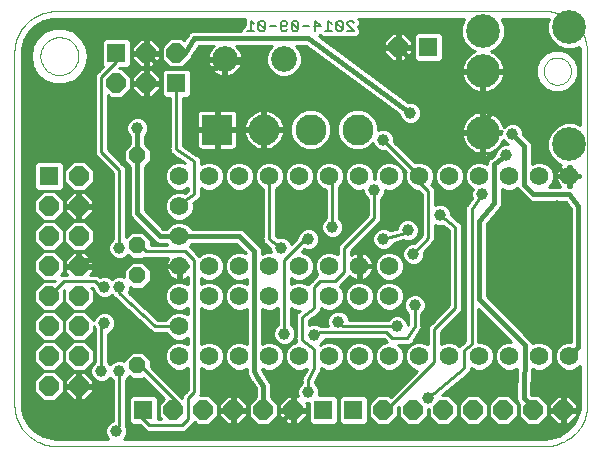
<source format=gbl>
G75*
G70*
%OFA0B0*%
%FSLAX24Y24*%
%IPPOS*%
%LPD*%
%AMOC8*
5,1,8,0,0,1.08239X$1,22.5*
%
%ADD10C,0.0000*%
%ADD11C,0.0060*%
%ADD12R,0.0640X0.0640*%
%ADD13OC8,0.0640*%
%ADD14C,0.1033*%
%ADD15R,0.1033X0.1033*%
%ADD16C,0.0860*%
%ADD17C,0.1122*%
%ADD18OC8,0.0560*%
%ADD19C,0.0620*%
%ADD20C,0.0396*%
%ADD21C,0.0160*%
%ADD22C,0.0100*%
D10*
X001600Y004500D02*
X017900Y004500D01*
X017973Y004502D01*
X018046Y004508D01*
X018119Y004517D01*
X018191Y004531D01*
X018262Y004548D01*
X018333Y004569D01*
X018402Y004593D01*
X018469Y004621D01*
X018536Y004653D01*
X018600Y004688D01*
X018662Y004726D01*
X018723Y004767D01*
X018781Y004812D01*
X018837Y004860D01*
X018890Y004910D01*
X018940Y004963D01*
X018988Y005019D01*
X019033Y005077D01*
X019074Y005138D01*
X019112Y005200D01*
X019147Y005264D01*
X019179Y005331D01*
X019207Y005398D01*
X019231Y005467D01*
X019252Y005538D01*
X019269Y005609D01*
X019283Y005681D01*
X019292Y005754D01*
X019298Y005827D01*
X019300Y005900D01*
X019300Y017600D01*
X017847Y017000D02*
X017849Y017042D01*
X017855Y017084D01*
X017865Y017126D01*
X017878Y017166D01*
X017896Y017205D01*
X017917Y017242D01*
X017941Y017276D01*
X017969Y017309D01*
X017999Y017339D01*
X018032Y017365D01*
X018067Y017389D01*
X018105Y017409D01*
X018144Y017425D01*
X018184Y017438D01*
X018226Y017447D01*
X018268Y017452D01*
X018311Y017453D01*
X018353Y017450D01*
X018395Y017443D01*
X018436Y017432D01*
X018476Y017417D01*
X018514Y017399D01*
X018551Y017377D01*
X018585Y017352D01*
X018617Y017324D01*
X018645Y017293D01*
X018671Y017259D01*
X018694Y017223D01*
X018713Y017186D01*
X018729Y017146D01*
X018741Y017105D01*
X018749Y017064D01*
X018753Y017021D01*
X018753Y016979D01*
X018749Y016936D01*
X018741Y016895D01*
X018729Y016854D01*
X018713Y016814D01*
X018694Y016777D01*
X018671Y016741D01*
X018645Y016707D01*
X018617Y016676D01*
X018585Y016648D01*
X018551Y016623D01*
X018514Y016601D01*
X018476Y016583D01*
X018436Y016568D01*
X018395Y016557D01*
X018353Y016550D01*
X018311Y016547D01*
X018268Y016548D01*
X018226Y016553D01*
X018184Y016562D01*
X018144Y016575D01*
X018105Y016591D01*
X018067Y016611D01*
X018032Y016635D01*
X017999Y016661D01*
X017969Y016691D01*
X017941Y016724D01*
X017917Y016758D01*
X017896Y016795D01*
X017878Y016834D01*
X017865Y016874D01*
X017855Y016916D01*
X017849Y016958D01*
X017847Y017000D01*
X019300Y017600D02*
X019298Y017673D01*
X019292Y017746D01*
X019283Y017819D01*
X019269Y017891D01*
X019252Y017962D01*
X019231Y018033D01*
X019207Y018102D01*
X019179Y018169D01*
X019147Y018236D01*
X019112Y018300D01*
X019074Y018362D01*
X019033Y018423D01*
X018988Y018481D01*
X018940Y018537D01*
X018890Y018590D01*
X018837Y018640D01*
X018781Y018688D01*
X018723Y018733D01*
X018662Y018774D01*
X018600Y018812D01*
X018536Y018847D01*
X018469Y018879D01*
X018402Y018907D01*
X018333Y018931D01*
X018262Y018952D01*
X018191Y018969D01*
X018119Y018983D01*
X018046Y018992D01*
X017973Y018998D01*
X017900Y019000D01*
X001600Y019000D01*
X001527Y018998D01*
X001454Y018992D01*
X001381Y018983D01*
X001309Y018969D01*
X001238Y018952D01*
X001167Y018931D01*
X001098Y018907D01*
X001031Y018879D01*
X000964Y018847D01*
X000900Y018812D01*
X000838Y018774D01*
X000777Y018733D01*
X000719Y018688D01*
X000663Y018640D01*
X000610Y018590D01*
X000560Y018537D01*
X000512Y018481D01*
X000467Y018423D01*
X000426Y018362D01*
X000388Y018300D01*
X000353Y018236D01*
X000321Y018169D01*
X000293Y018102D01*
X000269Y018033D01*
X000248Y017962D01*
X000231Y017891D01*
X000217Y017819D01*
X000208Y017746D01*
X000202Y017673D01*
X000200Y017600D01*
X000200Y005900D01*
X000202Y005827D01*
X000208Y005754D01*
X000217Y005681D01*
X000231Y005609D01*
X000248Y005538D01*
X000269Y005467D01*
X000293Y005398D01*
X000321Y005331D01*
X000353Y005264D01*
X000388Y005200D01*
X000426Y005138D01*
X000467Y005077D01*
X000512Y005019D01*
X000560Y004963D01*
X000610Y004910D01*
X000663Y004860D01*
X000719Y004812D01*
X000777Y004767D01*
X000838Y004726D01*
X000900Y004688D01*
X000964Y004653D01*
X001031Y004621D01*
X001098Y004593D01*
X001167Y004569D01*
X001238Y004548D01*
X001309Y004531D01*
X001381Y004517D01*
X001454Y004508D01*
X001527Y004502D01*
X001600Y004500D01*
X001070Y017500D02*
X001072Y017550D01*
X001078Y017600D01*
X001088Y017649D01*
X001102Y017697D01*
X001119Y017744D01*
X001140Y017789D01*
X001165Y017833D01*
X001193Y017874D01*
X001225Y017913D01*
X001259Y017950D01*
X001296Y017984D01*
X001336Y018014D01*
X001378Y018041D01*
X001422Y018065D01*
X001468Y018086D01*
X001515Y018102D01*
X001563Y018115D01*
X001613Y018124D01*
X001662Y018129D01*
X001713Y018130D01*
X001763Y018127D01*
X001812Y018120D01*
X001861Y018109D01*
X001909Y018094D01*
X001955Y018076D01*
X002000Y018054D01*
X002043Y018028D01*
X002084Y017999D01*
X002123Y017967D01*
X002159Y017932D01*
X002191Y017894D01*
X002221Y017854D01*
X002248Y017811D01*
X002271Y017767D01*
X002290Y017721D01*
X002306Y017673D01*
X002318Y017624D01*
X002326Y017575D01*
X002330Y017525D01*
X002330Y017475D01*
X002326Y017425D01*
X002318Y017376D01*
X002306Y017327D01*
X002290Y017279D01*
X002271Y017233D01*
X002248Y017189D01*
X002221Y017146D01*
X002191Y017106D01*
X002159Y017068D01*
X002123Y017033D01*
X002084Y017001D01*
X002043Y016972D01*
X002000Y016946D01*
X001955Y016924D01*
X001909Y016906D01*
X001861Y016891D01*
X001812Y016880D01*
X001763Y016873D01*
X001713Y016870D01*
X001662Y016871D01*
X001613Y016876D01*
X001563Y016885D01*
X001515Y016898D01*
X001468Y016914D01*
X001422Y016935D01*
X001378Y016959D01*
X001336Y016986D01*
X001296Y017016D01*
X001259Y017050D01*
X001225Y017087D01*
X001193Y017126D01*
X001165Y017167D01*
X001140Y017211D01*
X001119Y017256D01*
X001102Y017303D01*
X001088Y017351D01*
X001078Y017400D01*
X001072Y017450D01*
X001070Y017500D01*
D11*
X007970Y018330D02*
X008197Y018330D01*
X008083Y018330D02*
X008083Y018670D01*
X008197Y018557D01*
X008338Y018614D02*
X008338Y018387D01*
X008395Y018330D01*
X008508Y018330D01*
X008565Y018387D01*
X008338Y018614D01*
X008395Y018670D01*
X008508Y018670D01*
X008565Y018614D01*
X008565Y018387D01*
X008707Y018500D02*
X008933Y018500D01*
X009075Y018500D02*
X009245Y018500D01*
X009302Y018557D01*
X009302Y018614D01*
X009245Y018670D01*
X009132Y018670D01*
X009075Y018614D01*
X009075Y018387D01*
X009132Y018330D01*
X009245Y018330D01*
X009302Y018387D01*
X009443Y018387D02*
X009500Y018330D01*
X009613Y018330D01*
X009670Y018387D01*
X009443Y018614D01*
X009443Y018387D01*
X009443Y018614D02*
X009500Y018670D01*
X009613Y018670D01*
X009670Y018614D01*
X009670Y018387D01*
X009811Y018500D02*
X010038Y018500D01*
X010180Y018500D02*
X010407Y018500D01*
X010236Y018670D01*
X010236Y018330D01*
X010548Y018330D02*
X010775Y018330D01*
X010662Y018330D02*
X010662Y018670D01*
X010775Y018557D01*
X010916Y018614D02*
X010916Y018387D01*
X010973Y018330D01*
X011087Y018330D01*
X011143Y018387D01*
X010916Y018614D01*
X010973Y018670D01*
X011087Y018670D01*
X011143Y018614D01*
X011143Y018387D01*
X011285Y018330D02*
X011512Y018330D01*
X011285Y018557D01*
X011285Y018614D01*
X011341Y018670D01*
X011455Y018670D01*
X011512Y018614D01*
D12*
X014000Y017800D03*
X005600Y016600D03*
X003600Y017600D03*
X001350Y013500D03*
X004500Y005700D03*
X010500Y005700D03*
X011500Y005700D03*
D13*
X012500Y005700D03*
X013500Y005700D03*
X014500Y005700D03*
X015500Y005700D03*
X016500Y005700D03*
X017500Y005700D03*
X018500Y005700D03*
X009500Y005700D03*
X008500Y005700D03*
X007500Y005700D03*
X006500Y005700D03*
X005500Y005700D03*
X002350Y006500D03*
X001350Y006500D03*
X001350Y007500D03*
X001350Y008500D03*
X001350Y009500D03*
X001350Y010500D03*
X001350Y011500D03*
X002350Y011500D03*
X002350Y010500D03*
X002350Y009500D03*
X002350Y008500D03*
X002350Y007500D03*
X002350Y012500D03*
X002350Y013500D03*
X001350Y012500D03*
X003600Y016600D03*
X004600Y016600D03*
X004600Y017600D03*
X005600Y017600D03*
X013000Y017800D03*
D14*
X011640Y015050D03*
X010080Y015050D03*
X008520Y015050D03*
D15*
X006960Y015050D03*
D16*
X007216Y017400D03*
X009184Y017400D03*
D17*
X015820Y017000D03*
X015820Y018339D03*
X018694Y018457D03*
X015820Y014953D03*
X018694Y014559D03*
D18*
X004300Y014200D03*
X004300Y011200D03*
X004300Y010200D03*
X004300Y007200D03*
D19*
X005700Y007500D03*
X005700Y008500D03*
X005700Y009500D03*
X005700Y010500D03*
X005700Y011500D03*
X006700Y010500D03*
X006700Y009500D03*
X007700Y009500D03*
X007700Y010500D03*
X008700Y010500D03*
X008700Y009500D03*
X009700Y009500D03*
X009700Y010500D03*
X010700Y010500D03*
X010700Y009500D03*
X011700Y009500D03*
X011700Y010500D03*
X012700Y010500D03*
X012700Y009500D03*
X012700Y007500D03*
X011700Y007500D03*
X010700Y007500D03*
X009700Y007500D03*
X008700Y007500D03*
X007700Y007500D03*
X006700Y007500D03*
X005700Y012500D03*
X005700Y013500D03*
X006700Y013500D03*
X007700Y013500D03*
X008700Y013500D03*
X009700Y013500D03*
X010700Y013500D03*
X011700Y013500D03*
X012700Y013500D03*
X013700Y013500D03*
X014700Y013500D03*
X015700Y013500D03*
X016700Y013500D03*
X017700Y013500D03*
X018700Y013500D03*
X018700Y007500D03*
X017700Y007500D03*
X016700Y007500D03*
X015700Y007500D03*
X014700Y007500D03*
X013700Y007500D03*
D20*
X012950Y008500D03*
X013550Y009200D03*
X014400Y009400D03*
X015000Y008450D03*
X017200Y009400D03*
X017400Y008300D03*
X014000Y006100D03*
X011000Y008650D03*
X010200Y008200D03*
X009200Y008250D03*
X010000Y006300D03*
X013500Y010900D03*
X013310Y011690D03*
X012500Y011400D03*
X012200Y013050D03*
X010800Y011800D03*
X010000Y011400D03*
X009100Y011100D03*
X012500Y014700D03*
X013400Y015600D03*
X015300Y012900D03*
X015800Y012900D03*
X016600Y014200D03*
X016800Y014900D03*
X018300Y012500D03*
X014400Y012200D03*
X004300Y015100D03*
X003700Y011100D03*
X003700Y009800D03*
X003200Y009800D03*
X003200Y008600D03*
X003100Y007000D03*
X003700Y007000D03*
X003600Y005000D03*
D21*
X007400Y005700D02*
X007500Y005700D01*
X007500Y005300D01*
X007800Y005000D01*
X008800Y005000D01*
X009500Y005700D01*
X008500Y005700D02*
X008500Y006500D01*
X008300Y006800D01*
X008200Y007000D01*
X008200Y011000D01*
X007700Y011500D01*
X005700Y011500D01*
X005047Y011498D01*
X004579Y011984D01*
X004300Y012263D01*
X004300Y014200D01*
X004300Y015100D01*
X004600Y016600D02*
X004600Y017600D01*
X005100Y017100D01*
X006916Y017100D01*
X007216Y017400D01*
X007100Y017400D01*
X007000Y017300D01*
X007216Y017400D02*
X008520Y017096D01*
X008520Y015050D01*
X006960Y015050D01*
X005900Y017600D02*
X005600Y017600D01*
X005900Y017600D02*
X006200Y018100D01*
X010000Y018100D01*
X013400Y015600D01*
X013700Y017100D02*
X013000Y017800D01*
X013700Y017100D02*
X014000Y017100D01*
X015200Y017000D01*
X015820Y017000D01*
X015820Y014953D01*
X015820Y015320D01*
X016100Y015600D01*
X017700Y015600D01*
X017900Y015500D01*
X017900Y014100D01*
X018700Y013500D01*
X018700Y012900D02*
X019000Y012500D01*
X019000Y007800D01*
X018700Y007500D01*
X018200Y007000D02*
X018200Y008200D01*
X017300Y009100D01*
X017300Y009600D02*
X017300Y012100D01*
X018300Y012500D01*
X018700Y012900D02*
X017500Y012900D01*
X017200Y013200D01*
X017200Y014500D01*
X016800Y014900D01*
X016600Y014200D02*
X016200Y013900D01*
X016200Y012600D01*
X015700Y012000D01*
X015700Y009400D01*
X017224Y007876D01*
X017174Y006118D01*
X017500Y005792D01*
X017500Y005700D01*
X018500Y005700D02*
X018500Y006500D01*
X018300Y006700D01*
X018300Y006900D01*
X018200Y007000D01*
X005900Y010600D02*
X005800Y010600D01*
X005700Y010500D01*
X005200Y010500D01*
X005000Y010700D01*
X002550Y010700D01*
X002350Y010500D01*
X004600Y017600D02*
X004600Y017800D01*
D22*
X004550Y017798D02*
X004650Y017798D01*
X004650Y017896D02*
X004550Y017896D01*
X004550Y017995D02*
X004650Y017995D01*
X004650Y018070D02*
X004795Y018070D01*
X005070Y017795D01*
X005070Y017650D01*
X004650Y017650D01*
X004650Y017550D01*
X005070Y017550D01*
X005070Y017405D01*
X004795Y017130D01*
X004650Y017130D01*
X004650Y017550D01*
X004550Y017550D01*
X004550Y017130D01*
X004405Y017130D01*
X004130Y017405D01*
X004130Y017550D01*
X004550Y017550D01*
X004550Y017650D01*
X004550Y018070D01*
X004405Y018070D01*
X004130Y017795D01*
X004130Y017650D01*
X004550Y017650D01*
X004650Y017650D01*
X004650Y018070D01*
X004870Y017995D02*
X005302Y017995D01*
X005397Y018090D02*
X005110Y017803D01*
X005110Y017397D01*
X005397Y017110D01*
X005803Y017110D01*
X006090Y017397D01*
X006090Y017431D01*
X006099Y017445D01*
X006112Y017458D01*
X006124Y017487D01*
X006342Y017850D01*
X006848Y017850D01*
X006838Y017842D01*
X006773Y017778D01*
X006720Y017704D01*
X006678Y017623D01*
X006650Y017536D01*
X006636Y017448D01*
X007167Y017448D01*
X007167Y017352D01*
X006636Y017352D01*
X006650Y017264D01*
X006678Y017177D01*
X006720Y017096D01*
X006773Y017022D01*
X006838Y016958D01*
X006912Y016904D01*
X006993Y016862D01*
X007080Y016834D01*
X007167Y016820D01*
X007167Y017352D01*
X007264Y017352D01*
X007264Y017448D01*
X007795Y017448D01*
X007781Y017536D01*
X007753Y017623D01*
X007712Y017704D01*
X007658Y017778D01*
X007594Y017842D01*
X007583Y017850D01*
X008786Y017850D01*
X008676Y017740D01*
X008584Y017519D01*
X008584Y017281D01*
X008676Y017060D01*
X008844Y016891D01*
X009065Y016800D01*
X009304Y016800D01*
X009524Y016891D01*
X009693Y017060D01*
X009784Y017281D01*
X009784Y017519D01*
X009693Y017740D01*
X009583Y017850D01*
X009918Y017850D01*
X013032Y015560D01*
X013032Y015527D01*
X013088Y015391D01*
X013191Y015288D01*
X013327Y015232D01*
X013473Y015232D01*
X013609Y015288D01*
X013712Y015391D01*
X013768Y015527D01*
X013768Y015673D01*
X013712Y015809D01*
X013609Y015912D01*
X013473Y015968D01*
X013327Y015968D01*
X013323Y015967D01*
X010346Y018156D01*
X010392Y018203D01*
X010465Y018130D01*
X010858Y018130D01*
X010874Y018146D01*
X010890Y018130D01*
X011169Y018130D01*
X011186Y018146D01*
X011202Y018130D01*
X011594Y018130D01*
X011712Y018247D01*
X011712Y018413D01*
X011653Y018472D01*
X011712Y018531D01*
X011712Y018696D01*
X011658Y018750D01*
X015199Y018750D01*
X015089Y018484D01*
X015089Y018193D01*
X015200Y017924D01*
X015406Y017719D01*
X015551Y017658D01*
X015505Y017639D01*
X015424Y017592D01*
X015350Y017536D01*
X015284Y017470D01*
X015227Y017396D01*
X015181Y017315D01*
X015145Y017229D01*
X015121Y017139D01*
X015109Y017050D01*
X015770Y017050D01*
X015770Y016950D01*
X015870Y016950D01*
X015870Y017050D01*
X016530Y017050D01*
X016519Y017139D01*
X016494Y017229D01*
X016459Y017315D01*
X016412Y017396D01*
X016355Y017470D01*
X016290Y017536D01*
X016216Y017592D01*
X016135Y017639D01*
X016088Y017658D01*
X016234Y017719D01*
X016439Y017924D01*
X016551Y018193D01*
X016551Y018484D01*
X016441Y018750D01*
X017900Y018750D01*
X018021Y018742D01*
X017963Y018602D01*
X017963Y018311D01*
X018074Y018043D01*
X018280Y017837D01*
X018548Y017726D01*
X018839Y017726D01*
X019026Y017803D01*
X019040Y017750D01*
X019050Y017600D01*
X019050Y015203D01*
X018839Y015290D01*
X018548Y015290D01*
X018280Y015179D01*
X018074Y014973D01*
X017963Y014704D01*
X017963Y014414D01*
X018074Y014145D01*
X018280Y013939D01*
X018434Y013875D01*
X018400Y013851D01*
X018349Y013800D01*
X018307Y013741D01*
X018274Y013677D01*
X018251Y013608D01*
X018241Y013545D01*
X018655Y013545D01*
X018655Y013828D01*
X018745Y013828D01*
X018745Y013545D01*
X018655Y013545D01*
X018655Y013455D01*
X018241Y013455D01*
X018251Y013392D01*
X018274Y013323D01*
X018307Y013259D01*
X018349Y013200D01*
X018399Y013150D01*
X018029Y013150D01*
X018107Y013228D01*
X018180Y013405D01*
X018180Y013595D01*
X018107Y013772D01*
X017972Y013907D01*
X017795Y013980D01*
X017605Y013980D01*
X017450Y013916D01*
X017450Y014550D01*
X017412Y014642D01*
X017342Y014712D01*
X017342Y014712D01*
X017168Y014885D01*
X017168Y014973D01*
X017112Y015109D01*
X017009Y015212D01*
X016873Y015268D01*
X016727Y015268D01*
X016591Y015212D01*
X016509Y015129D01*
X016494Y015182D01*
X016459Y015268D01*
X016412Y015349D01*
X016355Y015423D01*
X016290Y015488D01*
X016216Y015545D01*
X016135Y015592D01*
X016049Y015627D01*
X015959Y015652D01*
X015870Y015663D01*
X015870Y015003D01*
X016444Y015003D01*
X016432Y014973D01*
X016432Y014903D01*
X015870Y014903D01*
X015870Y015003D01*
X015770Y015003D01*
X015770Y015663D01*
X015681Y015652D01*
X015591Y015627D01*
X015505Y015592D01*
X015424Y015545D01*
X015350Y015488D01*
X015284Y015423D01*
X015227Y015349D01*
X015181Y015268D01*
X015145Y015182D01*
X015121Y015092D01*
X015109Y015003D01*
X015770Y015003D01*
X015770Y014903D01*
X015870Y014903D01*
X015870Y014242D01*
X015959Y014254D01*
X016049Y014278D01*
X016135Y014314D01*
X016216Y014360D01*
X016290Y014417D01*
X016355Y014483D01*
X016412Y014557D01*
X016459Y014638D01*
X016484Y014700D01*
X016488Y014691D01*
X016591Y014588D01*
X016639Y014568D01*
X016527Y014568D01*
X016391Y014512D01*
X016288Y014409D01*
X016232Y014273D01*
X016232Y014236D01*
X016075Y014119D01*
X016058Y014112D01*
X016036Y014089D01*
X016010Y014070D01*
X016001Y014054D01*
X015988Y014042D01*
X015976Y014012D01*
X015960Y013985D01*
X015957Y013967D01*
X015950Y013950D01*
X015950Y013918D01*
X015950Y013916D01*
X015795Y013980D01*
X015605Y013980D01*
X015428Y013907D01*
X015293Y013772D01*
X015220Y013595D01*
X015220Y013405D01*
X015293Y013228D01*
X015428Y013093D01*
X015474Y013074D01*
X015432Y012973D01*
X015432Y012827D01*
X015450Y012783D01*
X015281Y012542D01*
X015230Y012491D01*
X015230Y012469D01*
X015218Y012452D01*
X015230Y012381D01*
X015230Y008006D01*
X015123Y007920D01*
X015109Y007920D01*
X015053Y007864D01*
X015032Y007847D01*
X014972Y007907D01*
X014795Y007980D01*
X014605Y007980D01*
X014428Y007907D01*
X014420Y007899D01*
X014420Y008309D01*
X015120Y009009D01*
X015120Y011723D01*
X015129Y011734D01*
X015120Y011812D01*
X015120Y011891D01*
X015110Y011901D01*
X015109Y011915D01*
X015047Y011964D01*
X014991Y012020D01*
X014977Y012020D01*
X014768Y012187D01*
X014768Y012273D01*
X014712Y012409D01*
X014609Y012512D01*
X014473Y012568D01*
X014327Y012568D01*
X014220Y012524D01*
X014220Y013091D01*
X014095Y013216D01*
X014107Y013228D01*
X014180Y013405D01*
X014180Y013595D01*
X014107Y013772D01*
X013972Y013907D01*
X013795Y013980D01*
X013605Y013980D01*
X013553Y013959D01*
X012868Y014643D01*
X012868Y014773D01*
X012812Y014909D01*
X012709Y015012D01*
X012573Y015068D01*
X012427Y015068D01*
X012327Y015027D01*
X012327Y015187D01*
X012222Y015439D01*
X012029Y015632D01*
X011777Y015737D01*
X011503Y015737D01*
X011251Y015632D01*
X011058Y015439D01*
X010953Y015187D01*
X010953Y014913D01*
X011058Y014661D01*
X011251Y014468D01*
X011503Y014363D01*
X011777Y014363D01*
X012029Y014468D01*
X012148Y014587D01*
X012188Y014491D01*
X012291Y014388D01*
X012427Y014332D01*
X012557Y014332D01*
X013241Y013647D01*
X013220Y013595D01*
X013220Y013405D01*
X013293Y013228D01*
X013428Y013093D01*
X013605Y013020D01*
X013669Y013020D01*
X013780Y012909D01*
X013780Y011535D01*
X013537Y011268D01*
X013427Y011268D01*
X013291Y011212D01*
X013188Y011109D01*
X013132Y010973D01*
X013132Y010827D01*
X013188Y010691D01*
X013291Y010588D01*
X013427Y010532D01*
X013573Y010532D01*
X013709Y010588D01*
X013812Y010691D01*
X013868Y010827D01*
X013868Y010973D01*
X013867Y010976D01*
X014159Y011298D01*
X014220Y011359D01*
X014220Y011365D01*
X014224Y011369D01*
X014220Y011455D01*
X014220Y011876D01*
X014327Y011832D01*
X014473Y011832D01*
X014496Y011841D01*
X014680Y011694D01*
X014680Y009191D01*
X014109Y008620D01*
X013980Y008491D01*
X013980Y007899D01*
X013972Y007907D01*
X013795Y007980D01*
X013605Y007980D01*
X013442Y007913D01*
X013473Y007962D01*
X013520Y008009D01*
X013520Y008037D01*
X013723Y008362D01*
X013770Y008409D01*
X013770Y008437D01*
X013785Y008461D01*
X013770Y008525D01*
X013770Y008899D01*
X013862Y008991D01*
X013918Y009127D01*
X013918Y009273D01*
X013862Y009409D01*
X013759Y009512D01*
X013623Y009568D01*
X013477Y009568D01*
X013341Y009512D01*
X013238Y009409D01*
X013182Y009273D01*
X013182Y009127D01*
X013238Y008991D01*
X013330Y008899D01*
X013330Y008563D01*
X013318Y008544D01*
X013318Y008573D01*
X013262Y008709D01*
X013159Y008812D01*
X013023Y008868D01*
X012877Y008868D01*
X012741Y008812D01*
X012649Y008720D01*
X011368Y008720D01*
X011368Y008723D01*
X011312Y008859D01*
X011209Y008962D01*
X011073Y009018D01*
X010927Y009018D01*
X010791Y008962D01*
X010688Y008859D01*
X010632Y008723D01*
X010632Y008577D01*
X010655Y008520D01*
X010436Y008520D01*
X010383Y008538D01*
X010367Y008529D01*
X010273Y008568D01*
X010127Y008568D01*
X010020Y008524D01*
X010020Y008690D01*
X010273Y008880D01*
X010291Y008880D01*
X010345Y008933D01*
X010405Y008979D01*
X010407Y008996D01*
X010420Y009009D01*
X010420Y009084D01*
X010422Y009099D01*
X010428Y009093D01*
X010605Y009020D01*
X010795Y009020D01*
X010972Y009093D01*
X011107Y009228D01*
X011180Y009405D01*
X011180Y009595D01*
X011107Y009772D01*
X011045Y009834D01*
X011291Y010080D01*
X011380Y010169D01*
X011400Y010149D01*
X011459Y010107D01*
X011523Y010074D01*
X011592Y010051D01*
X011655Y010041D01*
X011655Y010455D01*
X011420Y010455D01*
X011420Y010545D01*
X011655Y010545D01*
X011655Y010959D01*
X011592Y010949D01*
X011523Y010926D01*
X011459Y010893D01*
X011420Y010865D01*
X011420Y011009D01*
X012291Y011880D01*
X012420Y012009D01*
X012420Y012749D01*
X012512Y012841D01*
X012568Y012977D01*
X012568Y013035D01*
X012605Y013020D01*
X012795Y013020D01*
X012972Y013093D01*
X013107Y013228D01*
X013180Y013405D01*
X013180Y013595D01*
X013107Y013772D01*
X012972Y013907D01*
X012795Y013980D01*
X012605Y013980D01*
X012428Y013907D01*
X012293Y013772D01*
X012220Y013595D01*
X012220Y013418D01*
X012180Y013418D01*
X012180Y013595D01*
X012107Y013772D01*
X011972Y013907D01*
X011795Y013980D01*
X011605Y013980D01*
X011428Y013907D01*
X011293Y013772D01*
X011220Y013595D01*
X011220Y013405D01*
X011293Y013228D01*
X011428Y013093D01*
X011605Y013020D01*
X011795Y013020D01*
X011832Y013035D01*
X011832Y012977D01*
X011888Y012841D01*
X011980Y012749D01*
X011980Y012191D01*
X010980Y011191D01*
X010980Y010899D01*
X010972Y010907D01*
X010795Y010980D01*
X010605Y010980D01*
X010428Y010907D01*
X010293Y010772D01*
X010220Y010595D01*
X010220Y010405D01*
X010293Y010228D01*
X010305Y010216D01*
X010180Y010091D01*
X010109Y010020D01*
X009984Y009895D01*
X009972Y009907D01*
X009795Y009980D01*
X009605Y009980D01*
X009428Y009907D01*
X009420Y009899D01*
X009420Y010101D01*
X009428Y010093D01*
X009605Y010020D01*
X009795Y010020D01*
X009972Y010093D01*
X010107Y010228D01*
X010180Y010405D01*
X010180Y010595D01*
X010107Y010772D01*
X009972Y010907D01*
X009795Y010980D01*
X009791Y010980D01*
X009868Y011056D01*
X009927Y011032D01*
X010073Y011032D01*
X010209Y011088D01*
X010312Y011191D01*
X010368Y011327D01*
X010368Y011473D01*
X010312Y011609D01*
X010209Y011712D01*
X010073Y011768D01*
X009927Y011768D01*
X009791Y011712D01*
X009688Y011609D01*
X009632Y011473D01*
X009632Y011443D01*
X009437Y011248D01*
X009412Y011309D01*
X009309Y011412D01*
X009173Y011468D01*
X009027Y011468D01*
X008994Y011455D01*
X008920Y011510D01*
X008920Y013072D01*
X008972Y013093D01*
X009107Y013228D01*
X009180Y013405D01*
X009180Y013595D01*
X009107Y013772D01*
X008972Y013907D01*
X008795Y013980D01*
X008605Y013980D01*
X008428Y013907D01*
X008293Y013772D01*
X008220Y013595D01*
X008220Y013405D01*
X008293Y013228D01*
X008428Y013093D01*
X008480Y013072D01*
X008480Y011473D01*
X008469Y011459D01*
X008480Y011384D01*
X008480Y011309D01*
X008493Y011296D01*
X008495Y011279D01*
X008555Y011233D01*
X008609Y011180D01*
X008627Y011180D01*
X008732Y011101D01*
X008732Y011027D01*
X008751Y010980D01*
X008605Y010980D01*
X008450Y010916D01*
X008450Y011050D01*
X008412Y011142D01*
X007912Y011642D01*
X007842Y011712D01*
X007750Y011750D01*
X006116Y011750D01*
X006107Y011772D01*
X005972Y011907D01*
X005795Y011980D01*
X005605Y011980D01*
X005428Y011907D01*
X005293Y011772D01*
X005284Y011749D01*
X005153Y011749D01*
X004792Y012123D01*
X004791Y012125D01*
X004758Y012159D01*
X004725Y012193D01*
X004723Y012194D01*
X004550Y012367D01*
X004550Y013814D01*
X004750Y014014D01*
X004750Y014386D01*
X004550Y014586D01*
X004550Y014829D01*
X004612Y014891D01*
X004668Y015027D01*
X004668Y015173D01*
X004612Y015309D01*
X004509Y015412D01*
X004373Y015468D01*
X004227Y015468D01*
X004091Y015412D01*
X003988Y015309D01*
X003932Y015173D01*
X003932Y015027D01*
X003988Y014891D01*
X004050Y014829D01*
X004050Y014586D01*
X003850Y014386D01*
X003850Y014014D01*
X004050Y013814D01*
X004050Y012213D01*
X004088Y012121D01*
X004401Y011809D01*
X004835Y011359D01*
X004836Y011356D01*
X004869Y011323D01*
X004902Y011289D01*
X004904Y011288D01*
X004906Y011286D01*
X004950Y011268D01*
X004993Y011249D01*
X004996Y011249D01*
X004998Y011248D01*
X005045Y011248D01*
X005092Y011247D01*
X005095Y011248D01*
X005284Y011249D01*
X005293Y011228D01*
X005301Y011220D01*
X004750Y011220D01*
X004750Y011386D01*
X004486Y011650D01*
X004114Y011650D01*
X003920Y011456D01*
X003920Y013791D01*
X003791Y013920D01*
X003320Y014391D01*
X003320Y016187D01*
X003397Y016110D01*
X003803Y016110D01*
X004090Y016397D01*
X004090Y016803D01*
X003803Y017090D01*
X003701Y017090D01*
X003721Y017110D01*
X003990Y017110D01*
X004090Y017210D01*
X004090Y017990D01*
X003990Y018090D01*
X003210Y018090D01*
X003110Y017990D01*
X003110Y017210D01*
X003154Y017165D01*
X003009Y017020D01*
X002880Y016891D01*
X002880Y014209D01*
X003480Y013609D01*
X003480Y011401D01*
X003388Y011309D01*
X003332Y011173D01*
X003332Y011027D01*
X003388Y010891D01*
X003491Y010788D01*
X003627Y010732D01*
X003773Y010732D01*
X003909Y010788D01*
X003992Y010872D01*
X004114Y010750D01*
X004486Y010750D01*
X004516Y010780D01*
X005335Y010780D01*
X005307Y010741D01*
X005274Y010677D01*
X005251Y010608D01*
X005241Y010545D01*
X005655Y010545D01*
X005655Y010780D01*
X005745Y010780D01*
X005745Y010545D01*
X005980Y010545D01*
X005980Y010455D01*
X005745Y010455D01*
X005745Y010545D01*
X005655Y010545D01*
X005655Y010455D01*
X005745Y010455D01*
X005745Y010041D01*
X005808Y010051D01*
X005877Y010074D01*
X005941Y010107D01*
X005980Y010135D01*
X005980Y009899D01*
X005972Y009907D01*
X005795Y009980D01*
X005605Y009980D01*
X005428Y009907D01*
X005293Y009772D01*
X005220Y009595D01*
X005220Y009405D01*
X005293Y009228D01*
X005428Y009093D01*
X005605Y009020D01*
X005795Y009020D01*
X005972Y009093D01*
X005980Y009101D01*
X005980Y008899D01*
X005972Y008907D01*
X005795Y008980D01*
X005605Y008980D01*
X005428Y008907D01*
X005293Y008772D01*
X005272Y008720D01*
X004986Y008720D01*
X004018Y009607D01*
X004068Y009727D01*
X004068Y009795D01*
X004114Y009750D01*
X004486Y009750D01*
X004750Y010014D01*
X004750Y010386D01*
X004486Y010650D01*
X004114Y010650D01*
X003850Y010386D01*
X003850Y010136D01*
X003773Y010168D01*
X003627Y010168D01*
X003491Y010112D01*
X003450Y010071D01*
X003409Y010112D01*
X003273Y010168D01*
X003127Y010168D01*
X003068Y010144D01*
X002991Y010220D01*
X002735Y010220D01*
X002820Y010305D01*
X002820Y010450D01*
X002400Y010450D01*
X002400Y010550D01*
X002300Y010550D01*
X002300Y010970D01*
X002155Y010970D01*
X001880Y010695D01*
X001880Y010550D01*
X002300Y010550D01*
X002300Y010450D01*
X001880Y010450D01*
X001880Y010305D01*
X001965Y010220D01*
X001763Y010220D01*
X001840Y010297D01*
X001840Y010703D01*
X001553Y010990D01*
X001147Y010990D01*
X000860Y010703D01*
X000860Y010297D01*
X001147Y010010D01*
X001549Y010010D01*
X001529Y009990D01*
X001147Y009990D01*
X000860Y009703D01*
X000860Y009297D01*
X001147Y009010D01*
X001553Y009010D01*
X001840Y009297D01*
X001840Y009679D01*
X001860Y009699D01*
X001860Y009297D01*
X002147Y009010D01*
X002553Y009010D01*
X002840Y009297D01*
X002840Y009703D01*
X002763Y009780D01*
X002809Y009780D01*
X002832Y009757D01*
X002832Y009727D01*
X002888Y009591D01*
X002991Y009488D01*
X003127Y009432D01*
X003273Y009432D01*
X003409Y009488D01*
X003450Y009529D01*
X003491Y009488D01*
X003501Y009484D01*
X003548Y009441D01*
X003609Y009380D01*
X003614Y009380D01*
X004748Y008341D01*
X004809Y008280D01*
X004814Y008280D01*
X004819Y008276D01*
X004905Y008280D01*
X005272Y008280D01*
X005293Y008228D01*
X005428Y008093D01*
X005605Y008020D01*
X005795Y008020D01*
X005972Y008093D01*
X005980Y008101D01*
X005980Y007899D01*
X005972Y007907D01*
X005795Y007980D01*
X005605Y007980D01*
X005428Y007907D01*
X005293Y007772D01*
X005220Y007595D01*
X005220Y007405D01*
X005293Y007228D01*
X005428Y007093D01*
X005605Y007020D01*
X005795Y007020D01*
X005972Y007093D01*
X005980Y007101D01*
X005980Y006391D01*
X005909Y006320D01*
X005780Y006191D01*
X005780Y006113D01*
X005703Y006190D01*
X005700Y006190D01*
X004750Y007140D01*
X004750Y007386D01*
X004486Y007650D01*
X004114Y007650D01*
X003850Y007386D01*
X003850Y007336D01*
X003773Y007368D01*
X003627Y007368D01*
X003491Y007312D01*
X003400Y007221D01*
X003320Y007301D01*
X003320Y008251D01*
X003409Y008288D01*
X003512Y008391D01*
X003568Y008527D01*
X003568Y008673D01*
X003512Y008809D01*
X003409Y008912D01*
X003273Y008968D01*
X003127Y008968D01*
X002991Y008912D01*
X002888Y008809D01*
X002840Y008693D01*
X002840Y008703D01*
X002553Y008990D01*
X002147Y008990D01*
X001860Y008703D01*
X001860Y008297D01*
X002147Y008010D01*
X002553Y008010D01*
X002840Y008297D01*
X002840Y008507D01*
X002880Y008411D01*
X002880Y007301D01*
X002788Y007209D01*
X002732Y007073D01*
X002732Y006927D01*
X002788Y006791D01*
X002891Y006688D01*
X003027Y006632D01*
X003173Y006632D01*
X003309Y006688D01*
X003400Y006779D01*
X003480Y006699D01*
X003480Y005349D01*
X003391Y005312D01*
X003288Y005209D01*
X003232Y005073D01*
X003232Y004927D01*
X003288Y004791D01*
X003329Y004750D01*
X001600Y004750D01*
X001450Y004760D01*
X001160Y004838D01*
X000900Y004988D01*
X000688Y005200D01*
X000538Y005460D01*
X000460Y005750D01*
X000450Y005900D01*
X000450Y017600D01*
X000460Y017750D01*
X000538Y018040D01*
X000688Y018300D01*
X000900Y018512D01*
X001160Y018662D01*
X001450Y018740D01*
X001600Y018750D01*
X007883Y018750D01*
X007883Y018526D01*
X007770Y018413D01*
X007770Y018350D01*
X006218Y018350D01*
X006188Y018355D01*
X006169Y018350D01*
X006150Y018350D01*
X006121Y018338D01*
X006091Y018330D01*
X006076Y018319D01*
X006058Y018312D01*
X006036Y018290D01*
X006011Y018271D01*
X006001Y018255D01*
X005988Y018242D01*
X005976Y018213D01*
X005865Y018028D01*
X005803Y018090D01*
X005397Y018090D01*
X005203Y017896D02*
X004969Y017896D01*
X005067Y017798D02*
X005110Y017798D01*
X005110Y017699D02*
X005070Y017699D01*
X005110Y017601D02*
X004650Y017601D01*
X004650Y017699D02*
X004550Y017699D01*
X004550Y017601D02*
X004090Y017601D01*
X004090Y017699D02*
X004130Y017699D01*
X004133Y017798D02*
X004090Y017798D01*
X004090Y017896D02*
X004231Y017896D01*
X004330Y017995D02*
X004086Y017995D01*
X004090Y017502D02*
X004130Y017502D01*
X004132Y017404D02*
X004090Y017404D01*
X004090Y017305D02*
X004230Y017305D01*
X004329Y017207D02*
X004087Y017207D01*
X003883Y017010D02*
X004345Y017010D01*
X004405Y017070D02*
X004130Y016795D01*
X004130Y016650D01*
X004550Y016650D01*
X004550Y017070D01*
X004405Y017070D01*
X004550Y017010D02*
X004650Y017010D01*
X004650Y017070D02*
X004795Y017070D01*
X005070Y016795D01*
X005070Y016650D01*
X004650Y016650D01*
X004650Y016550D01*
X005070Y016550D01*
X005070Y016405D01*
X004795Y016130D01*
X004650Y016130D01*
X004650Y016550D01*
X004550Y016550D01*
X004550Y016130D01*
X004405Y016130D01*
X004130Y016405D01*
X004130Y016550D01*
X004550Y016550D01*
X004550Y016650D01*
X004650Y016650D01*
X004650Y017070D01*
X004650Y017207D02*
X004550Y017207D01*
X004550Y017305D02*
X004650Y017305D01*
X004650Y017404D02*
X004550Y017404D01*
X004550Y017502D02*
X004650Y017502D01*
X004970Y017305D02*
X005202Y017305D01*
X005110Y017404D02*
X005068Y017404D01*
X005070Y017502D02*
X005110Y017502D01*
X005301Y017207D02*
X004871Y017207D01*
X004855Y017010D02*
X005129Y017010D01*
X005110Y016990D02*
X005110Y016210D01*
X005210Y016110D01*
X005380Y016110D01*
X005380Y014467D01*
X005366Y014446D01*
X005380Y014378D01*
X005380Y014309D01*
X005397Y014292D01*
X005402Y014267D01*
X005460Y014229D01*
X005509Y014180D01*
X005533Y014180D01*
X005896Y013939D01*
X005795Y013980D01*
X005605Y013980D01*
X005428Y013907D01*
X005293Y013772D01*
X005220Y013595D01*
X005220Y013405D01*
X005293Y013228D01*
X005428Y013093D01*
X005605Y013020D01*
X005795Y013020D01*
X005972Y013093D01*
X005980Y013101D01*
X005980Y013018D01*
X005874Y012947D01*
X005795Y012980D01*
X005605Y012980D01*
X005428Y012907D01*
X005293Y012772D01*
X005220Y012595D01*
X005220Y012405D01*
X005293Y012228D01*
X005428Y012093D01*
X005605Y012020D01*
X005795Y012020D01*
X005972Y012093D01*
X006107Y012228D01*
X006180Y012405D01*
X006180Y012595D01*
X006171Y012616D01*
X006267Y012680D01*
X006291Y012680D01*
X006340Y012729D01*
X006398Y012767D01*
X006403Y012792D01*
X006420Y012809D01*
X006420Y012878D01*
X006434Y012946D01*
X006420Y012967D01*
X006420Y013101D01*
X006428Y013093D01*
X006605Y013020D01*
X006795Y013020D01*
X006972Y013093D01*
X007107Y013228D01*
X007180Y013405D01*
X007180Y013595D01*
X007107Y013772D01*
X006972Y013907D01*
X006795Y013980D01*
X006605Y013980D01*
X006428Y013907D01*
X006420Y013899D01*
X006420Y013933D01*
X006434Y013954D01*
X006420Y014022D01*
X006420Y014091D01*
X006403Y014108D01*
X006398Y014133D01*
X006340Y014171D01*
X006291Y014220D01*
X006267Y014220D01*
X005820Y014518D01*
X005820Y016110D01*
X005990Y016110D01*
X006090Y016210D01*
X006090Y016990D01*
X005990Y017090D01*
X005210Y017090D01*
X005110Y016990D01*
X005110Y016911D02*
X004954Y016911D01*
X005052Y016813D02*
X005110Y016813D01*
X005110Y016714D02*
X005070Y016714D01*
X005110Y016616D02*
X004650Y016616D01*
X004650Y016714D02*
X004550Y016714D01*
X004550Y016616D02*
X004090Y016616D01*
X004090Y016714D02*
X004130Y016714D01*
X004148Y016813D02*
X004080Y016813D01*
X003982Y016911D02*
X004246Y016911D01*
X004550Y016911D02*
X004650Y016911D01*
X004650Y016813D02*
X004550Y016813D01*
X004550Y016517D02*
X004650Y016517D01*
X004650Y016419D02*
X004550Y016419D01*
X004550Y016320D02*
X004650Y016320D01*
X004650Y016222D02*
X004550Y016222D01*
X004314Y016222D02*
X003914Y016222D01*
X003816Y016123D02*
X005197Y016123D01*
X005110Y016222D02*
X004886Y016222D01*
X004985Y016320D02*
X005110Y016320D01*
X005110Y016419D02*
X005070Y016419D01*
X005070Y016517D02*
X005110Y016517D01*
X005600Y016600D02*
X005600Y014400D01*
X006200Y014000D01*
X006200Y012900D01*
X005600Y012500D01*
X005700Y012500D01*
X005253Y012676D02*
X004550Y012676D01*
X004550Y012774D02*
X005295Y012774D01*
X005394Y012873D02*
X004550Y012873D01*
X004550Y012971D02*
X005583Y012971D01*
X005485Y013070D02*
X004550Y013070D01*
X004550Y013168D02*
X005353Y013168D01*
X005277Y013267D02*
X004550Y013267D01*
X004550Y013365D02*
X005236Y013365D01*
X005220Y013464D02*
X004550Y013464D01*
X004550Y013562D02*
X005220Y013562D01*
X005247Y013661D02*
X004550Y013661D01*
X004550Y013759D02*
X005288Y013759D01*
X005379Y013858D02*
X004594Y013858D01*
X004692Y013956D02*
X005547Y013956D01*
X005574Y014153D02*
X004750Y014153D01*
X004750Y014055D02*
X005722Y014055D01*
X005853Y013956D02*
X005869Y013956D01*
X006072Y014350D02*
X012383Y014350D01*
X012231Y014449D02*
X011982Y014449D01*
X012108Y014547D02*
X012165Y014547D01*
X012500Y014700D02*
X013700Y013500D01*
X013700Y013300D01*
X014000Y013000D01*
X014000Y011450D01*
X013500Y010900D01*
X013868Y010903D02*
X014680Y010903D01*
X014680Y011001D02*
X013889Y011001D01*
X013979Y011100D02*
X014680Y011100D01*
X014680Y011198D02*
X014068Y011198D01*
X014158Y011297D02*
X014680Y011297D01*
X014680Y011395D02*
X014223Y011395D01*
X014220Y011494D02*
X014680Y011494D01*
X014680Y011592D02*
X014220Y011592D01*
X014220Y011691D02*
X014680Y011691D01*
X014562Y011789D02*
X014220Y011789D01*
X013780Y011789D02*
X013667Y011789D01*
X013678Y011763D02*
X013622Y011899D01*
X013518Y012002D01*
X013383Y012058D01*
X013237Y012058D01*
X013101Y012002D01*
X012998Y011899D01*
X012942Y011763D01*
X012942Y011751D01*
X012729Y011692D01*
X012709Y011712D01*
X012573Y011768D01*
X012427Y011768D01*
X012291Y011712D01*
X012188Y011609D01*
X012132Y011473D01*
X012132Y011327D01*
X012188Y011191D01*
X012291Y011088D01*
X012427Y011032D01*
X012573Y011032D01*
X012709Y011088D01*
X012812Y011191D01*
X012843Y011267D01*
X013158Y011355D01*
X013237Y011322D01*
X013383Y011322D01*
X013518Y011378D01*
X013622Y011482D01*
X013678Y011617D01*
X013678Y011763D01*
X013678Y011691D02*
X013780Y011691D01*
X013780Y011592D02*
X013668Y011592D01*
X013627Y011494D02*
X013742Y011494D01*
X013653Y011395D02*
X013535Y011395D01*
X013563Y011297D02*
X012949Y011297D01*
X012815Y011198D02*
X013277Y011198D01*
X013184Y011100D02*
X012720Y011100D01*
X012795Y010980D02*
X012605Y010980D01*
X012428Y010907D01*
X012293Y010772D01*
X012220Y010595D01*
X012220Y010405D01*
X012293Y010228D01*
X012428Y010093D01*
X012605Y010020D01*
X012795Y010020D01*
X012972Y010093D01*
X013107Y010228D01*
X013180Y010405D01*
X013180Y010595D01*
X013107Y010772D01*
X012972Y010907D01*
X012795Y010980D01*
X012976Y010903D02*
X013132Y010903D01*
X013143Y011001D02*
X011420Y011001D01*
X011420Y010903D02*
X011477Y010903D01*
X011655Y010903D02*
X011745Y010903D01*
X011745Y010959D02*
X011808Y010949D01*
X011877Y010926D01*
X011941Y010893D01*
X012000Y010851D01*
X012051Y010800D01*
X012093Y010741D01*
X012126Y010677D01*
X012149Y010608D01*
X012159Y010545D01*
X011745Y010545D01*
X011655Y010545D01*
X011655Y010455D01*
X011745Y010455D01*
X011745Y010545D01*
X011745Y010959D01*
X011745Y010804D02*
X011655Y010804D01*
X011655Y010706D02*
X011745Y010706D01*
X011745Y010607D02*
X011655Y010607D01*
X011655Y010509D02*
X011420Y010509D01*
X011655Y010410D02*
X011745Y010410D01*
X011745Y010455D02*
X011745Y010041D01*
X011808Y010051D01*
X011877Y010074D01*
X011941Y010107D01*
X012000Y010149D01*
X012051Y010200D01*
X012093Y010259D01*
X012126Y010323D01*
X012149Y010392D01*
X012159Y010455D01*
X011745Y010455D01*
X011745Y010509D02*
X012220Y010509D01*
X012225Y010607D02*
X012149Y010607D01*
X012112Y010706D02*
X012266Y010706D01*
X012325Y010804D02*
X012047Y010804D01*
X011923Y010903D02*
X012424Y010903D01*
X012280Y011100D02*
X011511Y011100D01*
X011609Y011198D02*
X012185Y011198D01*
X012144Y011297D02*
X011708Y011297D01*
X011806Y011395D02*
X012132Y011395D01*
X012140Y011494D02*
X011905Y011494D01*
X012003Y011592D02*
X012181Y011592D01*
X012102Y011691D02*
X012270Y011691D01*
X012200Y011789D02*
X012952Y011789D01*
X012993Y011888D02*
X012299Y011888D01*
X012397Y011986D02*
X013085Y011986D01*
X013310Y011690D02*
X013220Y011600D01*
X012500Y011400D01*
X012420Y012085D02*
X013780Y012085D01*
X013780Y012183D02*
X012420Y012183D01*
X012420Y012282D02*
X013780Y012282D01*
X013780Y012380D02*
X012420Y012380D01*
X012420Y012479D02*
X013780Y012479D01*
X013780Y012577D02*
X012420Y012577D01*
X012420Y012676D02*
X013780Y012676D01*
X013780Y012774D02*
X012445Y012774D01*
X012525Y012873D02*
X013780Y012873D01*
X013718Y012971D02*
X012566Y012971D01*
X012915Y013070D02*
X013485Y013070D01*
X013353Y013168D02*
X013047Y013168D01*
X013123Y013267D02*
X013277Y013267D01*
X013236Y013365D02*
X013164Y013365D01*
X013180Y013464D02*
X013220Y013464D01*
X013220Y013562D02*
X013180Y013562D01*
X013153Y013661D02*
X013228Y013661D01*
X013130Y013759D02*
X013112Y013759D01*
X013031Y013858D02*
X013021Y013858D01*
X012933Y013956D02*
X012853Y013956D01*
X012834Y014055D02*
X006420Y014055D01*
X006433Y013956D02*
X006547Y013956D01*
X006367Y014153D02*
X012736Y014153D01*
X012637Y014252D02*
X006219Y014252D01*
X006351Y014413D02*
X006385Y014393D01*
X006424Y014383D01*
X006910Y014383D01*
X006910Y015000D01*
X007010Y015000D01*
X007010Y015100D01*
X007627Y015100D01*
X007627Y015586D01*
X007617Y015625D01*
X007597Y015659D01*
X007569Y015687D01*
X007535Y015707D01*
X007496Y015717D01*
X007010Y015717D01*
X007010Y015100D01*
X006910Y015100D01*
X006910Y015717D01*
X006424Y015717D01*
X006385Y015707D01*
X006351Y015687D01*
X006323Y015659D01*
X006303Y015625D01*
X006293Y015586D01*
X006293Y015100D01*
X006910Y015100D01*
X006910Y015000D01*
X006293Y015000D01*
X006293Y014514D01*
X006303Y014475D01*
X006323Y014441D01*
X006351Y014413D01*
X006319Y014449D02*
X005924Y014449D01*
X005820Y014547D02*
X006293Y014547D01*
X006293Y014646D02*
X005820Y014646D01*
X005820Y014744D02*
X006293Y014744D01*
X006293Y014843D02*
X005820Y014843D01*
X005820Y014941D02*
X006293Y014941D01*
X006293Y015138D02*
X005820Y015138D01*
X005820Y015040D02*
X006910Y015040D01*
X006910Y015138D02*
X007010Y015138D01*
X007010Y015040D02*
X008470Y015040D01*
X008470Y015000D02*
X007854Y015000D01*
X007865Y014920D01*
X007887Y014835D01*
X007921Y014754D01*
X007964Y014679D01*
X008018Y014609D01*
X008079Y014548D01*
X008149Y014494D01*
X008224Y014451D01*
X008305Y014417D01*
X008390Y014395D01*
X008470Y014384D01*
X008470Y015000D01*
X008570Y015000D01*
X008570Y015100D01*
X009186Y015100D01*
X009175Y015180D01*
X009153Y015265D01*
X009119Y015346D01*
X009076Y015421D01*
X009022Y015491D01*
X008961Y015552D01*
X008891Y015606D01*
X008816Y015649D01*
X008735Y015683D01*
X008650Y015705D01*
X008570Y015716D01*
X008570Y015100D01*
X008470Y015100D01*
X008470Y015716D01*
X008390Y015705D01*
X008305Y015683D01*
X008224Y015649D01*
X008149Y015606D01*
X008079Y015552D01*
X008018Y015491D01*
X007964Y015421D01*
X007921Y015346D01*
X007887Y015265D01*
X007865Y015180D01*
X007854Y015100D01*
X008470Y015100D01*
X008470Y015000D01*
X008470Y014941D02*
X008570Y014941D01*
X008570Y015000D02*
X008570Y014384D01*
X008650Y014395D01*
X008735Y014417D01*
X008816Y014451D01*
X008891Y014494D01*
X008961Y014548D01*
X009022Y014609D01*
X009076Y014679D01*
X009119Y014754D01*
X009153Y014835D01*
X009175Y014920D01*
X009186Y015000D01*
X008570Y015000D01*
X008570Y015040D02*
X009393Y015040D01*
X009393Y015138D02*
X009181Y015138D01*
X009160Y015237D02*
X009414Y015237D01*
X009393Y015187D02*
X009393Y014913D01*
X009498Y014661D01*
X009691Y014468D01*
X009943Y014363D01*
X010217Y014363D01*
X010469Y014468D01*
X010662Y014661D01*
X010767Y014913D01*
X010767Y015187D01*
X010662Y015439D01*
X010469Y015632D01*
X010217Y015737D01*
X009943Y015737D01*
X009691Y015632D01*
X009498Y015439D01*
X009393Y015187D01*
X009455Y015335D02*
X009124Y015335D01*
X009066Y015434D02*
X009496Y015434D01*
X009591Y015532D02*
X008981Y015532D01*
X008848Y015631D02*
X009689Y015631D01*
X009925Y015729D02*
X005820Y015729D01*
X005820Y015631D02*
X006307Y015631D01*
X006293Y015532D02*
X005820Y015532D01*
X005820Y015434D02*
X006293Y015434D01*
X006293Y015335D02*
X005820Y015335D01*
X005820Y015237D02*
X006293Y015237D01*
X006910Y015237D02*
X007010Y015237D01*
X007010Y015335D02*
X006910Y015335D01*
X006910Y015434D02*
X007010Y015434D01*
X007010Y015532D02*
X006910Y015532D01*
X006910Y015631D02*
X007010Y015631D01*
X007613Y015631D02*
X008192Y015631D01*
X008059Y015532D02*
X007627Y015532D01*
X007627Y015434D02*
X007974Y015434D01*
X007916Y015335D02*
X007627Y015335D01*
X007627Y015237D02*
X007880Y015237D01*
X007859Y015138D02*
X007627Y015138D01*
X007627Y015000D02*
X007010Y015000D01*
X007010Y014383D01*
X007496Y014383D01*
X007535Y014393D01*
X007569Y014413D01*
X007597Y014441D01*
X007617Y014475D01*
X007627Y014514D01*
X007627Y015000D01*
X007627Y014941D02*
X007862Y014941D01*
X007885Y014843D02*
X007627Y014843D01*
X007627Y014744D02*
X007927Y014744D01*
X007990Y014646D02*
X007627Y014646D01*
X007627Y014547D02*
X008080Y014547D01*
X008230Y014449D02*
X007601Y014449D01*
X007605Y013980D02*
X007428Y013907D01*
X007293Y013772D01*
X007220Y013595D01*
X007220Y013405D01*
X007293Y013228D01*
X007428Y013093D01*
X007605Y013020D01*
X007795Y013020D01*
X007972Y013093D01*
X008107Y013228D01*
X008180Y013405D01*
X008180Y013595D01*
X008107Y013772D01*
X007972Y013907D01*
X007795Y013980D01*
X007605Y013980D01*
X007547Y013956D02*
X006853Y013956D01*
X007021Y013858D02*
X007379Y013858D01*
X007288Y013759D02*
X007112Y013759D01*
X007153Y013661D02*
X007247Y013661D01*
X007220Y013562D02*
X007180Y013562D01*
X007180Y013464D02*
X007220Y013464D01*
X007236Y013365D02*
X007164Y013365D01*
X007123Y013267D02*
X007277Y013267D01*
X007353Y013168D02*
X007047Y013168D01*
X006915Y013070D02*
X007485Y013070D01*
X007915Y013070D02*
X008480Y013070D01*
X008480Y012971D02*
X006420Y012971D01*
X006420Y012873D02*
X008480Y012873D01*
X008480Y012774D02*
X006399Y012774D01*
X006260Y012676D02*
X008480Y012676D01*
X008480Y012577D02*
X006180Y012577D01*
X006180Y012479D02*
X008480Y012479D01*
X008480Y012380D02*
X006170Y012380D01*
X006129Y012282D02*
X008480Y012282D01*
X008480Y012183D02*
X006062Y012183D01*
X005951Y012085D02*
X008480Y012085D01*
X008480Y011986D02*
X004924Y011986D01*
X004829Y012085D02*
X005449Y012085D01*
X005338Y012183D02*
X004735Y012183D01*
X004635Y012282D02*
X005271Y012282D01*
X005230Y012380D02*
X004550Y012380D01*
X004550Y012479D02*
X005220Y012479D01*
X005220Y012577D02*
X004550Y012577D01*
X004050Y012577D02*
X003920Y012577D01*
X003920Y012479D02*
X004050Y012479D01*
X004050Y012380D02*
X003920Y012380D01*
X003920Y012282D02*
X004050Y012282D01*
X004063Y012183D02*
X003920Y012183D01*
X003920Y012085D02*
X004125Y012085D01*
X004224Y011986D02*
X003920Y011986D01*
X003920Y011888D02*
X004322Y011888D01*
X004420Y011789D02*
X003920Y011789D01*
X003920Y011691D02*
X004515Y011691D01*
X004544Y011592D02*
X004610Y011592D01*
X004643Y011494D02*
X004705Y011494D01*
X004741Y011395D02*
X004800Y011395D01*
X004750Y011297D02*
X004894Y011297D01*
X004600Y011000D02*
X005900Y011000D01*
X006200Y010700D01*
X006200Y006300D01*
X006000Y006100D01*
X006000Y005400D01*
X005800Y005200D01*
X004700Y005200D01*
X004400Y005500D01*
X004400Y005600D01*
X004500Y005700D01*
X004990Y005682D02*
X005010Y005682D01*
X005010Y005584D02*
X004990Y005584D01*
X005010Y005497D02*
X005087Y005420D01*
X004990Y005420D01*
X004990Y006090D01*
X004890Y006190D01*
X004110Y006190D01*
X004010Y006090D01*
X004010Y005310D01*
X004110Y005210D01*
X004379Y005210D01*
X004609Y004980D01*
X005891Y004980D01*
X006020Y005109D01*
X006209Y005298D01*
X006297Y005210D01*
X006703Y005210D01*
X006990Y005497D01*
X006990Y005903D01*
X006703Y006190D01*
X006401Y006190D01*
X006420Y006209D01*
X006420Y007101D01*
X006428Y007093D01*
X006605Y007020D01*
X006795Y007020D01*
X006972Y007093D01*
X007107Y007228D01*
X007180Y007405D01*
X007180Y007595D01*
X007107Y007772D01*
X006972Y007907D01*
X006795Y007980D01*
X006605Y007980D01*
X006428Y007907D01*
X006420Y007899D01*
X006420Y009101D01*
X006428Y009093D01*
X006605Y009020D01*
X006795Y009020D01*
X006972Y009093D01*
X007107Y009228D01*
X007180Y009405D01*
X007180Y009595D01*
X007107Y009772D01*
X006972Y009907D01*
X006795Y009980D01*
X006605Y009980D01*
X006428Y009907D01*
X006420Y009899D01*
X006420Y010101D01*
X006428Y010093D01*
X006605Y010020D01*
X006795Y010020D01*
X006972Y010093D01*
X007107Y010228D01*
X007180Y010405D01*
X007180Y010595D01*
X007107Y010772D01*
X006972Y010907D01*
X006795Y010980D01*
X006605Y010980D01*
X006428Y010907D01*
X006366Y010845D01*
X006291Y010920D01*
X006045Y011166D01*
X006107Y011228D01*
X006116Y011250D01*
X007596Y011250D01*
X007917Y010930D01*
X007795Y010980D01*
X007605Y010980D01*
X007428Y010907D01*
X007293Y010772D01*
X007220Y010595D01*
X007220Y010405D01*
X007293Y010228D01*
X007428Y010093D01*
X007605Y010020D01*
X007795Y010020D01*
X007950Y010084D01*
X007950Y009916D01*
X007795Y009980D01*
X007605Y009980D01*
X007428Y009907D01*
X007293Y009772D01*
X007220Y009595D01*
X007220Y009405D01*
X007293Y009228D01*
X007428Y009093D01*
X007605Y009020D01*
X007795Y009020D01*
X007950Y009084D01*
X007950Y007916D01*
X007795Y007980D01*
X007605Y007980D01*
X007428Y007907D01*
X007293Y007772D01*
X007220Y007595D01*
X007220Y007405D01*
X007293Y007228D01*
X007428Y007093D01*
X007605Y007020D01*
X007795Y007020D01*
X007950Y007084D01*
X007950Y007041D01*
X007947Y007032D01*
X007950Y006991D01*
X007950Y006950D01*
X007954Y006942D01*
X007954Y006933D01*
X007972Y006896D01*
X007988Y006858D01*
X007995Y006852D01*
X008061Y006718D01*
X008064Y006703D01*
X008083Y006674D01*
X008099Y006644D01*
X008111Y006633D01*
X008250Y006424D01*
X008250Y006143D01*
X008010Y005903D01*
X008010Y005497D01*
X008297Y005210D01*
X008703Y005210D01*
X008990Y005497D01*
X008990Y005903D01*
X008750Y006143D01*
X008750Y006475D01*
X008755Y006500D01*
X008750Y006524D01*
X008750Y006550D01*
X008740Y006573D01*
X008736Y006597D01*
X008722Y006618D01*
X008712Y006642D01*
X008694Y006659D01*
X008517Y006926D01*
X008450Y007059D01*
X008450Y007084D01*
X008605Y007020D01*
X008795Y007020D01*
X008972Y007093D01*
X009107Y007228D01*
X009180Y007405D01*
X009180Y007595D01*
X009107Y007772D01*
X008972Y007907D01*
X008795Y007980D01*
X008605Y007980D01*
X008450Y007916D01*
X008450Y009084D01*
X008605Y009020D01*
X008795Y009020D01*
X008972Y009093D01*
X008980Y009101D01*
X008980Y008551D01*
X008888Y008459D01*
X008832Y008323D01*
X008832Y008177D01*
X008888Y008041D01*
X008991Y007938D01*
X009127Y007882D01*
X009273Y007882D01*
X009409Y007938D01*
X009512Y008041D01*
X009568Y008177D01*
X009568Y008323D01*
X009512Y008459D01*
X009420Y008551D01*
X009420Y009101D01*
X009428Y009093D01*
X009605Y009020D01*
X009727Y009020D01*
X009727Y009020D01*
X009709Y009020D01*
X009655Y008967D01*
X009595Y008921D01*
X009593Y008904D01*
X009580Y008891D01*
X009580Y008816D01*
X009569Y008741D01*
X009580Y008727D01*
X009580Y008123D01*
X009569Y008109D01*
X009580Y008034D01*
X009580Y007970D01*
X009428Y007907D01*
X009293Y007772D01*
X009220Y007595D01*
X009220Y007405D01*
X009293Y007228D01*
X009428Y007093D01*
X009605Y007020D01*
X009795Y007020D01*
X009945Y007082D01*
X009819Y006830D01*
X009780Y006791D01*
X009780Y006752D01*
X009762Y006717D01*
X009780Y006664D01*
X009780Y006601D01*
X009688Y006509D01*
X009632Y006373D01*
X009632Y006227D01*
X009655Y006170D01*
X009550Y006170D01*
X009550Y005750D01*
X009970Y005750D01*
X009970Y005895D01*
X009933Y005932D01*
X010010Y005932D01*
X010010Y005310D01*
X010110Y005210D01*
X010890Y005210D01*
X010990Y005310D01*
X010990Y006090D01*
X010890Y006190D01*
X010353Y006190D01*
X010368Y006227D01*
X010368Y006373D01*
X010312Y006509D01*
X010220Y006601D01*
X010220Y006648D01*
X010381Y006970D01*
X010420Y007009D01*
X010420Y007048D01*
X010438Y007083D01*
X010435Y007090D01*
X010605Y007020D01*
X010795Y007020D01*
X010972Y007093D01*
X011107Y007228D01*
X011180Y007405D01*
X011180Y007595D01*
X011107Y007772D01*
X010972Y007907D01*
X010795Y007980D01*
X010605Y007980D01*
X010428Y007907D01*
X010398Y007877D01*
X010392Y007881D01*
X010409Y007888D01*
X010512Y007991D01*
X010549Y008080D01*
X012509Y008080D01*
X012580Y008009D01*
X012609Y007980D01*
X012605Y007980D01*
X012428Y007907D01*
X012293Y007772D01*
X012220Y007595D01*
X012220Y007405D01*
X012293Y007228D01*
X012428Y007093D01*
X012605Y007020D01*
X012795Y007020D01*
X012972Y007093D01*
X013107Y007228D01*
X013180Y007405D01*
X013180Y007595D01*
X013107Y007772D01*
X012999Y007880D01*
X013237Y007880D01*
X013261Y007865D01*
X013325Y007880D01*
X013391Y007880D01*
X013411Y007900D01*
X013424Y007903D01*
X013293Y007772D01*
X013220Y007595D01*
X013220Y007405D01*
X013293Y007228D01*
X013428Y007093D01*
X013605Y007020D01*
X013609Y007020D01*
X012741Y006152D01*
X012703Y006190D01*
X012297Y006190D01*
X012010Y005903D01*
X012010Y005497D01*
X012297Y005210D01*
X012703Y005210D01*
X012990Y005497D01*
X012990Y005762D01*
X012998Y005767D01*
X013003Y005792D01*
X013010Y005799D01*
X013010Y005497D01*
X013297Y005210D01*
X013703Y005210D01*
X013990Y005497D01*
X013990Y005732D01*
X014010Y005732D01*
X014010Y005497D01*
X014297Y005210D01*
X014703Y005210D01*
X014990Y005497D01*
X014990Y005903D01*
X014703Y006190D01*
X014452Y006190D01*
X015280Y006880D01*
X015291Y006880D01*
X015349Y006937D01*
X015411Y006989D01*
X015412Y007001D01*
X015420Y007009D01*
X015420Y007090D01*
X015421Y007100D01*
X015428Y007093D01*
X015605Y007020D01*
X015795Y007020D01*
X015972Y007093D01*
X016107Y007228D01*
X016180Y007405D01*
X016180Y007595D01*
X016107Y007772D01*
X015972Y007907D01*
X015795Y007980D01*
X015670Y007980D01*
X015670Y009076D01*
X016766Y007980D01*
X016605Y007980D01*
X016428Y007907D01*
X016293Y007772D01*
X016220Y007595D01*
X016220Y007405D01*
X016293Y007228D01*
X016428Y007093D01*
X016605Y007020D01*
X016795Y007020D01*
X016951Y007085D01*
X016925Y006171D01*
X016924Y006168D01*
X016924Y006122D01*
X016923Y006075D01*
X016924Y006072D01*
X016924Y006068D01*
X016942Y006026D01*
X016958Y005982D01*
X016961Y005980D01*
X016962Y005976D01*
X016995Y005944D01*
X017022Y005915D01*
X017010Y005903D01*
X017010Y005497D01*
X017297Y005210D01*
X017703Y005210D01*
X017990Y005497D01*
X017990Y005903D01*
X017703Y006190D01*
X017456Y006190D01*
X017427Y006219D01*
X017452Y007083D01*
X017605Y007020D01*
X017795Y007020D01*
X017972Y007093D01*
X018107Y007228D01*
X018180Y007405D01*
X018180Y007595D01*
X018107Y007772D01*
X017972Y007907D01*
X017795Y007980D01*
X017605Y007980D01*
X017474Y007926D01*
X017456Y007968D01*
X017440Y008012D01*
X017437Y008014D01*
X017436Y008018D01*
X017403Y008050D01*
X017372Y008084D01*
X017368Y008085D01*
X015950Y009504D01*
X015950Y011909D01*
X016385Y012431D01*
X016412Y012458D01*
X016416Y012469D01*
X016424Y012478D01*
X016435Y012515D01*
X016450Y012550D01*
X016450Y012562D01*
X016453Y012573D01*
X016450Y012611D01*
X016450Y013084D01*
X016605Y013020D01*
X016795Y013020D01*
X016972Y013093D01*
X016973Y013094D01*
X016988Y013058D01*
X017288Y012758D01*
X017358Y012688D01*
X017450Y012650D01*
X018575Y012650D01*
X018750Y012417D01*
X018750Y007980D01*
X018605Y007980D01*
X018428Y007907D01*
X018293Y007772D01*
X018220Y007595D01*
X018220Y007405D01*
X018293Y007228D01*
X018428Y007093D01*
X018605Y007020D01*
X018795Y007020D01*
X018972Y007093D01*
X019050Y007171D01*
X019050Y005900D01*
X019040Y005750D01*
X018962Y005460D01*
X018812Y005200D01*
X018600Y004988D01*
X018340Y004838D01*
X018050Y004760D01*
X017900Y004750D01*
X003871Y004750D01*
X003912Y004791D01*
X003968Y004927D01*
X003968Y005073D01*
X003929Y005167D01*
X003938Y005183D01*
X003920Y005236D01*
X003920Y006699D01*
X004012Y006791D01*
X004030Y006834D01*
X004114Y006750D01*
X004486Y006750D01*
X004502Y006766D01*
X005187Y006080D01*
X005010Y005903D01*
X005010Y005497D01*
X005022Y005485D02*
X004990Y005485D01*
X004990Y005781D02*
X005010Y005781D01*
X005010Y005879D02*
X004990Y005879D01*
X004990Y005978D02*
X005085Y005978D01*
X004990Y006076D02*
X005183Y006076D01*
X005093Y006175D02*
X004906Y006175D01*
X004995Y006273D02*
X003920Y006273D01*
X003920Y006175D02*
X004094Y006175D01*
X004010Y006076D02*
X003920Y006076D01*
X003920Y005978D02*
X004010Y005978D01*
X004010Y005879D02*
X003920Y005879D01*
X003920Y005781D02*
X004010Y005781D01*
X004010Y005682D02*
X003920Y005682D01*
X003920Y005584D02*
X004010Y005584D01*
X004010Y005485D02*
X003920Y005485D01*
X003920Y005387D02*
X004010Y005387D01*
X004032Y005288D02*
X003920Y005288D01*
X003935Y005190D02*
X004399Y005190D01*
X004498Y005091D02*
X003961Y005091D01*
X003968Y004993D02*
X004596Y004993D01*
X003955Y004894D02*
X018438Y004894D01*
X018605Y004993D02*
X005904Y004993D01*
X006002Y005091D02*
X018703Y005091D01*
X018695Y005230D02*
X018970Y005505D01*
X018970Y005650D01*
X018550Y005650D01*
X018550Y005750D01*
X018970Y005750D01*
X018970Y005895D01*
X018695Y006170D01*
X018550Y006170D01*
X018550Y005750D01*
X018450Y005750D01*
X018450Y006170D01*
X018305Y006170D01*
X018030Y005895D01*
X018030Y005750D01*
X018450Y005750D01*
X018450Y005650D01*
X018550Y005650D01*
X018550Y005230D01*
X018695Y005230D01*
X018753Y005288D02*
X018863Y005288D01*
X018851Y005387D02*
X018920Y005387D01*
X018950Y005485D02*
X018969Y005485D01*
X018970Y005584D02*
X018996Y005584D01*
X019022Y005682D02*
X018550Y005682D01*
X018550Y005584D02*
X018450Y005584D01*
X018450Y005650D02*
X018450Y005230D01*
X018305Y005230D01*
X018030Y005505D01*
X018030Y005650D01*
X018450Y005650D01*
X018450Y005682D02*
X017990Y005682D01*
X017990Y005584D02*
X018030Y005584D01*
X018050Y005485D02*
X017978Y005485D01*
X017879Y005387D02*
X018149Y005387D01*
X018247Y005288D02*
X017781Y005288D01*
X017990Y005781D02*
X018030Y005781D01*
X018030Y005879D02*
X017990Y005879D01*
X017915Y005978D02*
X018113Y005978D01*
X018211Y006076D02*
X017817Y006076D01*
X017718Y006175D02*
X019050Y006175D01*
X019050Y006273D02*
X017429Y006273D01*
X017431Y006372D02*
X019050Y006372D01*
X019050Y006470D02*
X017434Y006470D01*
X017437Y006569D02*
X019050Y006569D01*
X019050Y006667D02*
X017440Y006667D01*
X017443Y006766D02*
X019050Y006766D01*
X019050Y006864D02*
X017445Y006864D01*
X017448Y006963D02*
X019050Y006963D01*
X019050Y007061D02*
X018894Y007061D01*
X019038Y007160D02*
X019050Y007160D01*
X018506Y007061D02*
X017894Y007061D01*
X018038Y007160D02*
X018362Y007160D01*
X018281Y007258D02*
X018119Y007258D01*
X018160Y007357D02*
X018240Y007357D01*
X018220Y007455D02*
X018180Y007455D01*
X018180Y007554D02*
X018220Y007554D01*
X018243Y007652D02*
X018157Y007652D01*
X018116Y007751D02*
X018284Y007751D01*
X018370Y007849D02*
X018030Y007849D01*
X017874Y007948D02*
X018526Y007948D01*
X018750Y008046D02*
X017408Y008046D01*
X017465Y007948D02*
X017526Y007948D01*
X017309Y008145D02*
X018750Y008145D01*
X018750Y008243D02*
X017211Y008243D01*
X017112Y008342D02*
X018750Y008342D01*
X018750Y008440D02*
X017014Y008440D01*
X016915Y008539D02*
X018750Y008539D01*
X018750Y008637D02*
X016817Y008637D01*
X016718Y008736D02*
X018750Y008736D01*
X018750Y008834D02*
X016620Y008834D01*
X016521Y008933D02*
X018750Y008933D01*
X018750Y009031D02*
X016423Y009031D01*
X016324Y009130D02*
X018750Y009130D01*
X018750Y009228D02*
X016226Y009228D01*
X016127Y009327D02*
X018750Y009327D01*
X018750Y009425D02*
X016029Y009425D01*
X015950Y009524D02*
X018750Y009524D01*
X018750Y009622D02*
X015950Y009622D01*
X015950Y009721D02*
X018750Y009721D01*
X018750Y009819D02*
X015950Y009819D01*
X015950Y009918D02*
X018750Y009918D01*
X018750Y010016D02*
X015950Y010016D01*
X015950Y010115D02*
X018750Y010115D01*
X018750Y010213D02*
X015950Y010213D01*
X015950Y010312D02*
X018750Y010312D01*
X018750Y010410D02*
X015950Y010410D01*
X015950Y010509D02*
X018750Y010509D01*
X018750Y010607D02*
X015950Y010607D01*
X015950Y010706D02*
X018750Y010706D01*
X018750Y010804D02*
X015950Y010804D01*
X015950Y010903D02*
X018750Y010903D01*
X018750Y011001D02*
X015950Y011001D01*
X015950Y011100D02*
X018750Y011100D01*
X018750Y011198D02*
X015950Y011198D01*
X015950Y011297D02*
X018750Y011297D01*
X018750Y011395D02*
X015950Y011395D01*
X015950Y011494D02*
X018750Y011494D01*
X018750Y011592D02*
X015950Y011592D01*
X015950Y011691D02*
X018750Y011691D01*
X018750Y011789D02*
X015950Y011789D01*
X015950Y011888D02*
X018750Y011888D01*
X018750Y011986D02*
X016014Y011986D01*
X016096Y012085D02*
X018750Y012085D01*
X018750Y012183D02*
X016178Y012183D01*
X016260Y012282D02*
X018750Y012282D01*
X018750Y012380D02*
X016342Y012380D01*
X016424Y012479D02*
X018704Y012479D01*
X018630Y012577D02*
X016453Y012577D01*
X016450Y012676D02*
X017389Y012676D01*
X017272Y012774D02*
X016450Y012774D01*
X016450Y012873D02*
X017174Y012873D01*
X017075Y012971D02*
X016450Y012971D01*
X016450Y013070D02*
X016485Y013070D01*
X016915Y013070D02*
X016983Y013070D01*
X017450Y013956D02*
X017547Y013956D01*
X017450Y014055D02*
X018164Y014055D01*
X018071Y014153D02*
X017450Y014153D01*
X017450Y014252D02*
X018030Y014252D01*
X017989Y014350D02*
X017450Y014350D01*
X017450Y014449D02*
X017963Y014449D01*
X017963Y014547D02*
X017450Y014547D01*
X017408Y014646D02*
X017963Y014646D01*
X017979Y014744D02*
X017310Y014744D01*
X017211Y014843D02*
X018020Y014843D01*
X018061Y014941D02*
X017168Y014941D01*
X017141Y015040D02*
X018140Y015040D01*
X018239Y015138D02*
X017083Y015138D01*
X016949Y015237D02*
X018419Y015237D01*
X018968Y015237D02*
X019050Y015237D01*
X019050Y015335D02*
X016420Y015335D01*
X016472Y015237D02*
X016651Y015237D01*
X016517Y015138D02*
X016506Y015138D01*
X016432Y014941D02*
X015870Y014941D01*
X015870Y014843D02*
X015770Y014843D01*
X015770Y014903D02*
X015770Y014242D01*
X015681Y014254D01*
X015591Y014278D01*
X015505Y014314D01*
X015424Y014360D01*
X015350Y014417D01*
X015284Y014483D01*
X015227Y014557D01*
X015181Y014638D01*
X015145Y014724D01*
X015121Y014814D01*
X015109Y014903D01*
X015770Y014903D01*
X015770Y014941D02*
X012780Y014941D01*
X012839Y014843D02*
X015117Y014843D01*
X015140Y014744D02*
X012868Y014744D01*
X012868Y014646D02*
X015177Y014646D01*
X015235Y014547D02*
X012964Y014547D01*
X013063Y014449D02*
X015318Y014449D01*
X015442Y014350D02*
X013161Y014350D01*
X013260Y014252D02*
X015699Y014252D01*
X015770Y014252D02*
X015870Y014252D01*
X015941Y014252D02*
X016232Y014252D01*
X016198Y014350D02*
X016264Y014350D01*
X016321Y014449D02*
X016328Y014449D01*
X016405Y014547D02*
X016476Y014547D01*
X016462Y014646D02*
X016534Y014646D01*
X016121Y014153D02*
X013358Y014153D01*
X013457Y014055D02*
X016001Y014055D01*
X015953Y013956D02*
X015853Y013956D01*
X015547Y013956D02*
X014853Y013956D01*
X014795Y013980D02*
X014605Y013980D01*
X014428Y013907D01*
X014293Y013772D01*
X014220Y013595D01*
X014220Y013405D01*
X014293Y013228D01*
X014428Y013093D01*
X014605Y013020D01*
X014795Y013020D01*
X014972Y013093D01*
X015107Y013228D01*
X015180Y013405D01*
X015180Y013595D01*
X015107Y013772D01*
X014972Y013907D01*
X014795Y013980D01*
X014547Y013956D02*
X013853Y013956D01*
X014021Y013858D02*
X014379Y013858D01*
X014288Y013759D02*
X014112Y013759D01*
X014153Y013661D02*
X014247Y013661D01*
X014220Y013562D02*
X014180Y013562D01*
X014180Y013464D02*
X014220Y013464D01*
X014236Y013365D02*
X014164Y013365D01*
X014123Y013267D02*
X014277Y013267D01*
X014353Y013168D02*
X014143Y013168D01*
X014220Y013070D02*
X014485Y013070D01*
X014220Y012971D02*
X015432Y012971D01*
X015432Y012873D02*
X014220Y012873D01*
X014220Y012774D02*
X015443Y012774D01*
X015374Y012676D02*
X014220Y012676D01*
X014220Y012577D02*
X015305Y012577D01*
X015230Y012479D02*
X014642Y012479D01*
X014724Y012380D02*
X015230Y012380D01*
X015230Y012282D02*
X014765Y012282D01*
X014773Y012183D02*
X015230Y012183D01*
X015230Y012085D02*
X014897Y012085D01*
X015025Y011986D02*
X015230Y011986D01*
X015230Y011888D02*
X015120Y011888D01*
X015123Y011789D02*
X015230Y011789D01*
X015230Y011691D02*
X015120Y011691D01*
X015120Y011592D02*
X015230Y011592D01*
X015230Y011494D02*
X015120Y011494D01*
X015120Y011395D02*
X015230Y011395D01*
X015230Y011297D02*
X015120Y011297D01*
X015120Y011198D02*
X015230Y011198D01*
X015230Y011100D02*
X015120Y011100D01*
X015120Y011001D02*
X015230Y011001D01*
X015230Y010903D02*
X015120Y010903D01*
X015120Y010804D02*
X015230Y010804D01*
X015230Y010706D02*
X015120Y010706D01*
X015120Y010607D02*
X015230Y010607D01*
X015230Y010509D02*
X015120Y010509D01*
X015120Y010410D02*
X015230Y010410D01*
X015230Y010312D02*
X015120Y010312D01*
X015120Y010213D02*
X015230Y010213D01*
X015230Y010115D02*
X015120Y010115D01*
X015120Y010016D02*
X015230Y010016D01*
X015230Y009918D02*
X015120Y009918D01*
X015120Y009819D02*
X015230Y009819D01*
X015230Y009721D02*
X015120Y009721D01*
X015120Y009622D02*
X015230Y009622D01*
X015230Y009524D02*
X015120Y009524D01*
X015120Y009425D02*
X015230Y009425D01*
X015230Y009327D02*
X015120Y009327D01*
X015120Y009228D02*
X015230Y009228D01*
X015230Y009130D02*
X015120Y009130D01*
X015120Y009031D02*
X015230Y009031D01*
X015230Y008933D02*
X015044Y008933D01*
X014945Y008834D02*
X015230Y008834D01*
X015230Y008736D02*
X014847Y008736D01*
X014748Y008637D02*
X015230Y008637D01*
X015230Y008539D02*
X014650Y008539D01*
X014551Y008440D02*
X015230Y008440D01*
X015230Y008342D02*
X014453Y008342D01*
X014420Y008243D02*
X015230Y008243D01*
X015230Y008145D02*
X014420Y008145D01*
X014420Y008046D02*
X015230Y008046D01*
X015157Y007948D02*
X014874Y007948D01*
X015030Y007849D02*
X015034Y007849D01*
X015200Y007700D02*
X015450Y007900D01*
X015450Y012400D01*
X015800Y012900D01*
X015472Y013070D02*
X014915Y013070D01*
X015047Y013168D02*
X015353Y013168D01*
X015277Y013267D02*
X015123Y013267D01*
X015164Y013365D02*
X015236Y013365D01*
X015220Y013464D02*
X015180Y013464D01*
X015180Y013562D02*
X015220Y013562D01*
X015247Y013661D02*
X015153Y013661D01*
X015112Y013759D02*
X015288Y013759D01*
X015379Y013858D02*
X015021Y013858D01*
X015770Y014350D02*
X015870Y014350D01*
X015870Y014449D02*
X015770Y014449D01*
X015770Y014547D02*
X015870Y014547D01*
X015870Y014646D02*
X015770Y014646D01*
X015770Y014744D02*
X015870Y014744D01*
X015870Y015040D02*
X015770Y015040D01*
X015770Y015138D02*
X015870Y015138D01*
X015870Y015237D02*
X015770Y015237D01*
X015770Y015335D02*
X015870Y015335D01*
X015870Y015434D02*
X015770Y015434D01*
X015770Y015532D02*
X015870Y015532D01*
X015870Y015631D02*
X015770Y015631D01*
X015602Y015631D02*
X013768Y015631D01*
X013768Y015532D02*
X015407Y015532D01*
X015295Y015434D02*
X013729Y015434D01*
X013656Y015335D02*
X015219Y015335D01*
X015168Y015237D02*
X013484Y015237D01*
X013316Y015237D02*
X012306Y015237D01*
X012327Y015138D02*
X015133Y015138D01*
X015114Y015040D02*
X012642Y015040D01*
X012358Y015040D02*
X012327Y015040D01*
X012265Y015335D02*
X013144Y015335D01*
X013071Y015434D02*
X012224Y015434D01*
X012129Y015532D02*
X013032Y015532D01*
X012936Y015631D02*
X012031Y015631D01*
X011795Y015729D02*
X012803Y015729D01*
X012669Y015828D02*
X005820Y015828D01*
X005820Y015926D02*
X012535Y015926D01*
X012401Y016025D02*
X005820Y016025D01*
X006003Y016123D02*
X012267Y016123D01*
X012133Y016222D02*
X006090Y016222D01*
X006090Y016320D02*
X011999Y016320D01*
X011865Y016419D02*
X006090Y016419D01*
X006090Y016517D02*
X011731Y016517D01*
X011597Y016616D02*
X006090Y016616D01*
X006090Y016714D02*
X011463Y016714D01*
X011329Y016813D02*
X009334Y016813D01*
X009544Y016911D02*
X011195Y016911D01*
X011061Y017010D02*
X009642Y017010D01*
X009713Y017108D02*
X010927Y017108D01*
X010793Y017207D02*
X009754Y017207D01*
X009784Y017305D02*
X010659Y017305D01*
X010525Y017404D02*
X009784Y017404D01*
X009784Y017502D02*
X010391Y017502D01*
X010257Y017601D02*
X009751Y017601D01*
X009710Y017699D02*
X010123Y017699D01*
X009989Y017798D02*
X009635Y017798D01*
X010381Y018192D02*
X010404Y018192D01*
X010431Y018093D02*
X012628Y018093D01*
X012530Y017995D02*
X012530Y017850D01*
X012950Y017850D01*
X012950Y018270D01*
X012805Y018270D01*
X012530Y017995D01*
X010565Y017995D01*
X010699Y017896D02*
X012530Y017896D01*
X012530Y017750D02*
X012530Y017605D01*
X012805Y017330D01*
X012950Y017330D01*
X012950Y017750D01*
X013050Y017750D01*
X013050Y017850D01*
X013470Y017850D01*
X013470Y017995D01*
X013195Y018270D01*
X013050Y018270D01*
X013050Y017850D01*
X012950Y017850D01*
X012950Y017750D01*
X012530Y017750D01*
X012530Y017699D02*
X010967Y017699D01*
X010833Y017798D02*
X012950Y017798D01*
X012950Y017896D02*
X013050Y017896D01*
X013050Y017798D02*
X013510Y017798D01*
X013470Y017750D02*
X013470Y017605D01*
X013195Y017330D01*
X013050Y017330D01*
X013050Y017750D01*
X013470Y017750D01*
X013470Y017699D02*
X013510Y017699D01*
X013510Y017601D02*
X013465Y017601D01*
X013510Y017502D02*
X013367Y017502D01*
X013268Y017404D02*
X013516Y017404D01*
X013510Y017410D02*
X013610Y017310D01*
X014390Y017310D01*
X014490Y017410D01*
X014490Y018190D01*
X014390Y018290D01*
X013610Y018290D01*
X013510Y018190D01*
X013510Y017410D01*
X013050Y017404D02*
X012950Y017404D01*
X012950Y017502D02*
X013050Y017502D01*
X013050Y017601D02*
X012950Y017601D01*
X012950Y017699D02*
X013050Y017699D01*
X013050Y017995D02*
X012950Y017995D01*
X012950Y018093D02*
X013050Y018093D01*
X013050Y018192D02*
X012950Y018192D01*
X012727Y018192D02*
X011656Y018192D01*
X011712Y018290D02*
X015089Y018290D01*
X015089Y018192D02*
X014489Y018192D01*
X014490Y018093D02*
X015130Y018093D01*
X015171Y017995D02*
X014490Y017995D01*
X014490Y017896D02*
X015228Y017896D01*
X015327Y017798D02*
X014490Y017798D01*
X014490Y017699D02*
X015453Y017699D01*
X015438Y017601D02*
X014490Y017601D01*
X014490Y017502D02*
X015316Y017502D01*
X015233Y017404D02*
X014484Y017404D01*
X015139Y017207D02*
X011637Y017207D01*
X011503Y017305D02*
X015176Y017305D01*
X015117Y017108D02*
X011771Y017108D01*
X011905Y017010D02*
X015770Y017010D01*
X015770Y016950D02*
X015109Y016950D01*
X015121Y016861D01*
X015145Y016771D01*
X015181Y016685D01*
X015227Y016604D01*
X015284Y016530D01*
X015350Y016464D01*
X015424Y016408D01*
X015505Y016361D01*
X015591Y016325D01*
X015681Y016301D01*
X015770Y016289D01*
X015770Y016950D01*
X015770Y016911D02*
X015870Y016911D01*
X015870Y016950D02*
X015870Y016289D01*
X015959Y016301D01*
X016049Y016325D01*
X016135Y016361D01*
X016216Y016408D01*
X016290Y016464D01*
X016355Y016530D01*
X016412Y016604D01*
X016459Y016685D01*
X016494Y016771D01*
X016519Y016861D01*
X016530Y016950D01*
X015870Y016950D01*
X015870Y017010D02*
X017597Y017010D01*
X017597Y017108D02*
X016523Y017108D01*
X016500Y017207D02*
X017625Y017207D01*
X017597Y017140D02*
X017597Y016860D01*
X017704Y016602D01*
X017902Y016404D01*
X018160Y016297D01*
X018440Y016297D01*
X018698Y016404D01*
X018896Y016602D01*
X019003Y016860D01*
X019003Y017140D01*
X018896Y017398D01*
X018698Y017596D01*
X018440Y017703D01*
X018160Y017703D01*
X017902Y017596D01*
X017704Y017398D01*
X017597Y017140D01*
X017666Y017305D02*
X016463Y017305D01*
X016406Y017404D02*
X017710Y017404D01*
X017808Y017502D02*
X016323Y017502D01*
X016202Y017601D02*
X017913Y017601D01*
X018151Y017699D02*
X016186Y017699D01*
X016312Y017798D02*
X018375Y017798D01*
X018449Y017699D02*
X019044Y017699D01*
X019050Y017601D02*
X018687Y017601D01*
X018792Y017502D02*
X019050Y017502D01*
X019050Y017404D02*
X018890Y017404D01*
X018934Y017305D02*
X019050Y017305D01*
X019050Y017207D02*
X018975Y017207D01*
X019003Y017108D02*
X019050Y017108D01*
X019050Y017010D02*
X019003Y017010D01*
X019003Y016911D02*
X019050Y016911D01*
X019050Y016813D02*
X018983Y016813D01*
X018942Y016714D02*
X019050Y016714D01*
X019050Y016616D02*
X018901Y016616D01*
X018811Y016517D02*
X019050Y016517D01*
X019050Y016419D02*
X018712Y016419D01*
X018495Y016320D02*
X019050Y016320D01*
X019050Y016222D02*
X012977Y016222D01*
X012843Y016320D02*
X015610Y016320D01*
X015770Y016320D02*
X015870Y016320D01*
X015870Y016419D02*
X015770Y016419D01*
X015770Y016517D02*
X015870Y016517D01*
X015870Y016616D02*
X015770Y016616D01*
X015770Y016714D02*
X015870Y016714D01*
X015870Y016813D02*
X015770Y016813D01*
X015409Y016419D02*
X012709Y016419D01*
X012575Y016517D02*
X015297Y016517D01*
X015221Y016616D02*
X012441Y016616D01*
X012307Y016714D02*
X015169Y016714D01*
X015134Y016813D02*
X012173Y016813D01*
X012039Y016911D02*
X015114Y016911D01*
X016029Y016320D02*
X018105Y016320D01*
X017888Y016419D02*
X016230Y016419D01*
X016342Y016517D02*
X017789Y016517D01*
X017699Y016616D02*
X016419Y016616D01*
X016471Y016714D02*
X017658Y016714D01*
X017617Y016813D02*
X016506Y016813D01*
X016525Y016911D02*
X017597Y016911D01*
X018221Y017896D02*
X016411Y017896D01*
X016468Y017995D02*
X018122Y017995D01*
X018053Y018093D02*
X016509Y018093D01*
X016550Y018192D02*
X018012Y018192D01*
X017971Y018290D02*
X016551Y018290D01*
X016551Y018389D02*
X017963Y018389D01*
X017963Y018487D02*
X016549Y018487D01*
X016509Y018586D02*
X017963Y018586D01*
X017997Y018684D02*
X016468Y018684D01*
X015172Y018684D02*
X011712Y018684D01*
X011712Y018586D02*
X015131Y018586D01*
X015090Y018487D02*
X011668Y018487D01*
X011712Y018389D02*
X015089Y018389D01*
X013511Y018192D02*
X013273Y018192D01*
X013372Y018093D02*
X013510Y018093D01*
X013510Y017995D02*
X013470Y017995D01*
X013470Y017896D02*
X013510Y017896D01*
X012732Y017404D02*
X011369Y017404D01*
X011235Y017502D02*
X012633Y017502D01*
X012535Y017601D02*
X011101Y017601D01*
X011485Y015729D02*
X010235Y015729D01*
X010471Y015631D02*
X011249Y015631D01*
X011151Y015532D02*
X010569Y015532D01*
X010664Y015434D02*
X011056Y015434D01*
X011015Y015335D02*
X010705Y015335D01*
X010746Y015237D02*
X010974Y015237D01*
X010953Y015138D02*
X010767Y015138D01*
X010767Y015040D02*
X010953Y015040D01*
X010953Y014941D02*
X010767Y014941D01*
X010737Y014843D02*
X010983Y014843D01*
X011023Y014744D02*
X010697Y014744D01*
X010647Y014646D02*
X011073Y014646D01*
X011172Y014547D02*
X010548Y014547D01*
X010422Y014449D02*
X011298Y014449D01*
X011547Y013956D02*
X010853Y013956D01*
X010795Y013980D02*
X010605Y013980D01*
X010428Y013907D01*
X010293Y013772D01*
X010220Y013595D01*
X010220Y013405D01*
X010293Y013228D01*
X010428Y013093D01*
X010580Y013030D01*
X010580Y012101D01*
X010488Y012009D01*
X010432Y011873D01*
X010432Y011727D01*
X010488Y011591D01*
X010591Y011488D01*
X010727Y011432D01*
X010873Y011432D01*
X011009Y011488D01*
X011112Y011591D01*
X011168Y011727D01*
X011168Y011873D01*
X011112Y012009D01*
X011020Y012101D01*
X011020Y013141D01*
X011107Y013228D01*
X011180Y013405D01*
X011180Y013595D01*
X011107Y013772D01*
X010972Y013907D01*
X010795Y013980D01*
X010547Y013956D02*
X009853Y013956D01*
X009795Y013980D02*
X009605Y013980D01*
X009428Y013907D01*
X009293Y013772D01*
X009220Y013595D01*
X009220Y013405D01*
X009293Y013228D01*
X009428Y013093D01*
X009605Y013020D01*
X009795Y013020D01*
X009972Y013093D01*
X010107Y013228D01*
X010180Y013405D01*
X010180Y013595D01*
X010107Y013772D01*
X009972Y013907D01*
X009795Y013980D01*
X009547Y013956D02*
X008853Y013956D01*
X009021Y013858D02*
X009379Y013858D01*
X009288Y013759D02*
X009112Y013759D01*
X009153Y013661D02*
X009247Y013661D01*
X009220Y013562D02*
X009180Y013562D01*
X009180Y013464D02*
X009220Y013464D01*
X009236Y013365D02*
X009164Y013365D01*
X009123Y013267D02*
X009277Y013267D01*
X009353Y013168D02*
X009047Y013168D01*
X008920Y013070D02*
X009485Y013070D01*
X009915Y013070D02*
X010485Y013070D01*
X010580Y012971D02*
X008920Y012971D01*
X008920Y012873D02*
X010580Y012873D01*
X010580Y012774D02*
X008920Y012774D01*
X008920Y012676D02*
X010580Y012676D01*
X010580Y012577D02*
X008920Y012577D01*
X008920Y012479D02*
X010580Y012479D01*
X010580Y012380D02*
X008920Y012380D01*
X008920Y012282D02*
X010580Y012282D01*
X010580Y012183D02*
X008920Y012183D01*
X008920Y012085D02*
X010564Y012085D01*
X010479Y011986D02*
X008920Y011986D01*
X008920Y011888D02*
X010438Y011888D01*
X010432Y011789D02*
X008920Y011789D01*
X008920Y011691D02*
X009770Y011691D01*
X009681Y011592D02*
X008920Y011592D01*
X008942Y011494D02*
X009640Y011494D01*
X009584Y011395D02*
X009326Y011395D01*
X009417Y011297D02*
X009485Y011297D01*
X009812Y011001D02*
X010980Y011001D01*
X010976Y010903D02*
X010980Y010903D01*
X010980Y011100D02*
X010220Y011100D01*
X010315Y011198D02*
X010987Y011198D01*
X011085Y011297D02*
X010356Y011297D01*
X010368Y011395D02*
X011184Y011395D01*
X011282Y011494D02*
X011014Y011494D01*
X011112Y011592D02*
X011381Y011592D01*
X011479Y011691D02*
X011153Y011691D01*
X011168Y011789D02*
X011578Y011789D01*
X011676Y011888D02*
X011162Y011888D01*
X011121Y011986D02*
X011775Y011986D01*
X011873Y012085D02*
X011036Y012085D01*
X011020Y012183D02*
X011972Y012183D01*
X011980Y012282D02*
X011020Y012282D01*
X011020Y012380D02*
X011980Y012380D01*
X011980Y012479D02*
X011020Y012479D01*
X011020Y012577D02*
X011980Y012577D01*
X011980Y012676D02*
X011020Y012676D01*
X011020Y012774D02*
X011955Y012774D01*
X011875Y012873D02*
X011020Y012873D01*
X011020Y012971D02*
X011834Y012971D01*
X011485Y013070D02*
X011020Y013070D01*
X011047Y013168D02*
X011353Y013168D01*
X011277Y013267D02*
X011123Y013267D01*
X011164Y013365D02*
X011236Y013365D01*
X011220Y013464D02*
X011180Y013464D01*
X011180Y013562D02*
X011220Y013562D01*
X011247Y013661D02*
X011153Y013661D01*
X011112Y013759D02*
X011288Y013759D01*
X011379Y013858D02*
X011021Y013858D01*
X010700Y013500D02*
X010800Y013400D01*
X010800Y011800D01*
X010488Y011592D02*
X010319Y011592D01*
X010360Y011494D02*
X010586Y011494D01*
X010447Y011691D02*
X010230Y011691D01*
X010000Y011400D02*
X009900Y011400D01*
X009200Y010700D01*
X009200Y008250D01*
X008880Y008440D02*
X008450Y008440D01*
X008450Y008342D02*
X008839Y008342D01*
X008832Y008243D02*
X008450Y008243D01*
X008450Y008145D02*
X008845Y008145D01*
X008886Y008046D02*
X008450Y008046D01*
X008450Y007948D02*
X008526Y007948D01*
X008874Y007948D02*
X008982Y007948D01*
X009030Y007849D02*
X009370Y007849D01*
X009418Y007948D02*
X009526Y007948D01*
X009514Y008046D02*
X009578Y008046D01*
X009580Y008145D02*
X009555Y008145D01*
X009568Y008243D02*
X009580Y008243D01*
X009580Y008342D02*
X009561Y008342D01*
X009580Y008440D02*
X009520Y008440D01*
X009580Y008539D02*
X009432Y008539D01*
X009420Y008637D02*
X009580Y008637D01*
X009573Y008736D02*
X009420Y008736D01*
X009420Y008834D02*
X009580Y008834D01*
X009610Y008933D02*
X009420Y008933D01*
X009420Y009031D02*
X009578Y009031D01*
X009800Y008800D02*
X010200Y009100D01*
X010200Y009800D01*
X010400Y010000D01*
X010900Y010000D01*
X011200Y010300D01*
X011200Y011100D01*
X012200Y012100D01*
X012200Y013050D01*
X012180Y013464D02*
X012220Y013464D01*
X012220Y013562D02*
X012180Y013562D01*
X012153Y013661D02*
X012247Y013661D01*
X012288Y013759D02*
X012112Y013759D01*
X012021Y013858D02*
X012379Y013858D01*
X012547Y013956D02*
X011853Y013956D01*
X010379Y013858D02*
X010021Y013858D01*
X010112Y013759D02*
X010288Y013759D01*
X010247Y013661D02*
X010153Y013661D01*
X010180Y013562D02*
X010220Y013562D01*
X010220Y013464D02*
X010180Y013464D01*
X010164Y013365D02*
X010236Y013365D01*
X010277Y013267D02*
X010123Y013267D01*
X010047Y013168D02*
X010353Y013168D01*
X009738Y014449D02*
X008810Y014449D01*
X008960Y014547D02*
X009612Y014547D01*
X009513Y014646D02*
X009050Y014646D01*
X009113Y014744D02*
X009463Y014744D01*
X009423Y014843D02*
X009155Y014843D01*
X009178Y014941D02*
X009393Y014941D01*
X008570Y014843D02*
X008470Y014843D01*
X008470Y014744D02*
X008570Y014744D01*
X008570Y014646D02*
X008470Y014646D01*
X008470Y014547D02*
X008570Y014547D01*
X008570Y014449D02*
X008470Y014449D01*
X008547Y013956D02*
X007853Y013956D01*
X008021Y013858D02*
X008379Y013858D01*
X008288Y013759D02*
X008112Y013759D01*
X008153Y013661D02*
X008247Y013661D01*
X008220Y013562D02*
X008180Y013562D01*
X008180Y013464D02*
X008220Y013464D01*
X008236Y013365D02*
X008164Y013365D01*
X008123Y013267D02*
X008277Y013267D01*
X008353Y013168D02*
X008047Y013168D01*
X008700Y013500D02*
X008700Y011400D01*
X009100Y011100D01*
X008732Y011100D02*
X008429Y011100D01*
X008450Y011001D02*
X008743Y011001D01*
X008591Y011198D02*
X008356Y011198D01*
X008257Y011297D02*
X008492Y011297D01*
X008478Y011395D02*
X008159Y011395D01*
X008060Y011494D02*
X008480Y011494D01*
X008480Y011592D02*
X007962Y011592D01*
X007912Y011642D02*
X007912Y011642D01*
X007863Y011691D02*
X008480Y011691D01*
X008480Y011789D02*
X006090Y011789D01*
X005991Y011888D02*
X008480Y011888D01*
X007747Y011100D02*
X006112Y011100D01*
X006077Y011198D02*
X007648Y011198D01*
X007845Y011001D02*
X006210Y011001D01*
X006309Y010903D02*
X006424Y010903D01*
X005980Y010509D02*
X005745Y010509D01*
X005655Y010509D02*
X004628Y010509D01*
X004529Y010607D02*
X005251Y010607D01*
X005288Y010706D02*
X002809Y010706D01*
X002820Y010695D02*
X002820Y010550D01*
X002400Y010550D01*
X002400Y010970D01*
X002545Y010970D01*
X002820Y010695D01*
X002820Y010607D02*
X004071Y010607D01*
X003972Y010509D02*
X002400Y010509D01*
X002400Y010607D02*
X002300Y010607D01*
X002300Y010509D02*
X001840Y010509D01*
X001840Y010607D02*
X001880Y010607D01*
X001891Y010706D02*
X001837Y010706D01*
X001739Y010804D02*
X001989Y010804D01*
X002088Y010903D02*
X001640Y010903D01*
X001553Y011010D02*
X001840Y011297D01*
X001840Y011703D01*
X001553Y011990D01*
X001147Y011990D01*
X000860Y011703D01*
X000860Y011297D01*
X001147Y011010D01*
X001553Y011010D01*
X001642Y011100D02*
X002058Y011100D01*
X002147Y011010D02*
X002553Y011010D01*
X002840Y011297D01*
X002840Y011703D01*
X002553Y011990D01*
X002147Y011990D01*
X001860Y011703D01*
X001860Y011297D01*
X002147Y011010D01*
X002300Y010903D02*
X002400Y010903D01*
X002400Y010804D02*
X002300Y010804D01*
X002300Y010706D02*
X002400Y010706D01*
X002612Y010903D02*
X003383Y010903D01*
X003343Y011001D02*
X000450Y011001D01*
X000450Y010903D02*
X001060Y010903D01*
X000961Y010804D02*
X000450Y010804D01*
X000450Y010706D02*
X000863Y010706D01*
X000860Y010607D02*
X000450Y010607D01*
X000450Y010509D02*
X000860Y010509D01*
X000860Y010410D02*
X000450Y010410D01*
X000450Y010312D02*
X000860Y010312D01*
X000944Y010213D02*
X000450Y010213D01*
X000450Y010115D02*
X001043Y010115D01*
X001141Y010016D02*
X000450Y010016D01*
X000450Y009918D02*
X001075Y009918D01*
X000976Y009819D02*
X000450Y009819D01*
X000450Y009721D02*
X000878Y009721D01*
X000860Y009622D02*
X000450Y009622D01*
X000450Y009524D02*
X000860Y009524D01*
X000860Y009425D02*
X000450Y009425D01*
X000450Y009327D02*
X000860Y009327D01*
X000929Y009228D02*
X000450Y009228D01*
X000450Y009130D02*
X001028Y009130D01*
X001126Y009031D02*
X000450Y009031D01*
X000450Y008933D02*
X001090Y008933D01*
X001147Y008990D02*
X000860Y008703D01*
X000860Y008297D01*
X001147Y008010D01*
X001553Y008010D01*
X001840Y008297D01*
X001840Y008703D01*
X001553Y008990D01*
X001147Y008990D01*
X000991Y008834D02*
X000450Y008834D01*
X000450Y008736D02*
X000893Y008736D01*
X000860Y008637D02*
X000450Y008637D01*
X000450Y008539D02*
X000860Y008539D01*
X000860Y008440D02*
X000450Y008440D01*
X000450Y008342D02*
X000860Y008342D01*
X000914Y008243D02*
X000450Y008243D01*
X000450Y008145D02*
X001013Y008145D01*
X001111Y008046D02*
X000450Y008046D01*
X000450Y007948D02*
X001105Y007948D01*
X001147Y007990D02*
X000860Y007703D01*
X000860Y007297D01*
X001147Y007010D01*
X001553Y007010D01*
X001840Y007297D01*
X001840Y007703D01*
X001553Y007990D01*
X001147Y007990D01*
X001006Y007849D02*
X000450Y007849D01*
X000450Y007751D02*
X000908Y007751D01*
X000860Y007652D02*
X000450Y007652D01*
X000450Y007554D02*
X000860Y007554D01*
X000860Y007455D02*
X000450Y007455D01*
X000450Y007357D02*
X000860Y007357D01*
X000899Y007258D02*
X000450Y007258D01*
X000450Y007160D02*
X000998Y007160D01*
X001096Y007061D02*
X000450Y007061D01*
X000450Y006963D02*
X001120Y006963D01*
X001147Y006990D02*
X000860Y006703D01*
X000860Y006297D01*
X001147Y006010D01*
X001553Y006010D01*
X001840Y006297D01*
X001840Y006703D01*
X001553Y006990D01*
X001147Y006990D01*
X001021Y006864D02*
X000450Y006864D01*
X000450Y006766D02*
X000923Y006766D01*
X000860Y006667D02*
X000450Y006667D01*
X000450Y006569D02*
X000860Y006569D01*
X000860Y006470D02*
X000450Y006470D01*
X000450Y006372D02*
X000860Y006372D01*
X000884Y006273D02*
X000450Y006273D01*
X000450Y006175D02*
X000983Y006175D01*
X001081Y006076D02*
X000450Y006076D01*
X000450Y005978D02*
X003480Y005978D01*
X003480Y006076D02*
X002591Y006076D01*
X002545Y006030D02*
X002820Y006305D01*
X002820Y006450D01*
X002400Y006450D01*
X002400Y006550D01*
X002300Y006550D01*
X002300Y006970D01*
X002155Y006970D01*
X001880Y006695D01*
X001880Y006550D01*
X002300Y006550D01*
X002300Y006450D01*
X001880Y006450D01*
X001880Y006305D01*
X002155Y006030D01*
X002300Y006030D01*
X002300Y006450D01*
X002400Y006450D01*
X002400Y006030D01*
X002545Y006030D01*
X002400Y006076D02*
X002300Y006076D01*
X002300Y006175D02*
X002400Y006175D01*
X002400Y006273D02*
X002300Y006273D01*
X002300Y006372D02*
X002400Y006372D01*
X002400Y006470D02*
X003480Y006470D01*
X003480Y006372D02*
X002820Y006372D01*
X002788Y006273D02*
X003480Y006273D01*
X003480Y006175D02*
X002689Y006175D01*
X002820Y006550D02*
X002400Y006550D01*
X002400Y006970D01*
X002545Y006970D01*
X002820Y006695D01*
X002820Y006550D01*
X002820Y006569D02*
X003480Y006569D01*
X003480Y006667D02*
X003258Y006667D01*
X003386Y006766D02*
X003414Y006766D01*
X003100Y007000D02*
X003100Y008500D01*
X003200Y008600D01*
X002858Y008736D02*
X002807Y008736D01*
X002709Y008834D02*
X002913Y008834D01*
X003041Y008933D02*
X002610Y008933D01*
X002574Y009031D02*
X003995Y009031D01*
X003888Y009130D02*
X002672Y009130D01*
X002771Y009228D02*
X003780Y009228D01*
X003673Y009327D02*
X002840Y009327D01*
X002840Y009425D02*
X003564Y009425D01*
X003456Y009524D02*
X003444Y009524D01*
X003700Y009600D02*
X004900Y008500D01*
X005700Y008500D01*
X005355Y008834D02*
X004861Y008834D01*
X004754Y008933D02*
X005490Y008933D01*
X005578Y009031D02*
X004646Y009031D01*
X004539Y009130D02*
X005392Y009130D01*
X005293Y009228D02*
X004431Y009228D01*
X004324Y009327D02*
X005252Y009327D01*
X005220Y009425D02*
X004216Y009425D01*
X004109Y009524D02*
X005220Y009524D01*
X005231Y009622D02*
X004025Y009622D01*
X004066Y009721D02*
X005272Y009721D01*
X005340Y009819D02*
X004555Y009819D01*
X004654Y009918D02*
X005454Y009918D01*
X005523Y010074D02*
X005592Y010051D01*
X005655Y010041D01*
X005655Y010455D01*
X005241Y010455D01*
X005251Y010392D01*
X005274Y010323D01*
X005307Y010259D01*
X005349Y010200D01*
X005400Y010149D01*
X005459Y010107D01*
X005523Y010074D01*
X005448Y010115D02*
X004750Y010115D01*
X004750Y010213D02*
X005340Y010213D01*
X005280Y010312D02*
X004750Y010312D01*
X004726Y010410D02*
X005249Y010410D01*
X005655Y010410D02*
X005745Y010410D01*
X005745Y010312D02*
X005655Y010312D01*
X005655Y010213D02*
X005745Y010213D01*
X005745Y010115D02*
X005655Y010115D01*
X005952Y010115D02*
X005980Y010115D01*
X005980Y010016D02*
X004750Y010016D01*
X003850Y010213D02*
X002998Y010213D01*
X002820Y010312D02*
X003850Y010312D01*
X003874Y010410D02*
X002820Y010410D01*
X002711Y010804D02*
X003475Y010804D01*
X003332Y011100D02*
X002642Y011100D01*
X002741Y011198D02*
X003342Y011198D01*
X003383Y011297D02*
X002839Y011297D01*
X002840Y011395D02*
X003474Y011395D01*
X003480Y011494D02*
X002840Y011494D01*
X002840Y011592D02*
X003480Y011592D01*
X003480Y011691D02*
X002840Y011691D01*
X002754Y011789D02*
X003480Y011789D01*
X003480Y011888D02*
X002655Y011888D01*
X002557Y011986D02*
X003480Y011986D01*
X003480Y012085D02*
X002599Y012085D01*
X002545Y012030D02*
X002820Y012305D01*
X002820Y012450D01*
X002400Y012450D01*
X002400Y012550D01*
X002300Y012550D01*
X002300Y012970D01*
X002155Y012970D01*
X001880Y012695D01*
X001880Y012550D01*
X002300Y012550D01*
X002300Y012450D01*
X001880Y012450D01*
X001880Y012305D01*
X002155Y012030D01*
X002300Y012030D01*
X002300Y012450D01*
X002400Y012450D01*
X002400Y012030D01*
X002545Y012030D01*
X002400Y012085D02*
X002300Y012085D01*
X002300Y012183D02*
X002400Y012183D01*
X002400Y012282D02*
X002300Y012282D01*
X002300Y012380D02*
X002400Y012380D01*
X002400Y012479D02*
X003480Y012479D01*
X003480Y012577D02*
X002820Y012577D01*
X002820Y012550D02*
X002820Y012695D01*
X002545Y012970D01*
X002400Y012970D01*
X002400Y012550D01*
X002820Y012550D01*
X002820Y012676D02*
X003480Y012676D01*
X003480Y012774D02*
X002741Y012774D01*
X002642Y012873D02*
X003480Y012873D01*
X003480Y012971D02*
X001572Y012971D01*
X001553Y012990D02*
X001147Y012990D01*
X000860Y012703D01*
X000860Y012297D01*
X001147Y012010D01*
X001553Y012010D01*
X001840Y012297D01*
X001840Y012703D01*
X001553Y012990D01*
X001670Y012873D02*
X002058Y012873D01*
X001959Y012774D02*
X001769Y012774D01*
X001840Y012676D02*
X001880Y012676D01*
X001880Y012577D02*
X001840Y012577D01*
X001840Y012479D02*
X002300Y012479D01*
X002300Y012577D02*
X002400Y012577D01*
X002400Y012676D02*
X002300Y012676D01*
X002300Y012774D02*
X002400Y012774D01*
X002400Y012873D02*
X002300Y012873D01*
X002147Y013010D02*
X002553Y013010D01*
X002840Y013297D01*
X002840Y013703D01*
X002553Y013990D01*
X002147Y013990D01*
X001860Y013703D01*
X001860Y013297D01*
X002147Y013010D01*
X002088Y013070D02*
X001800Y013070D01*
X001840Y013110D02*
X001740Y013010D01*
X000960Y013010D01*
X000860Y013110D01*
X000860Y013890D01*
X000960Y013990D01*
X001740Y013990D01*
X001840Y013890D01*
X001840Y013110D01*
X001840Y013168D02*
X001989Y013168D01*
X001891Y013267D02*
X001840Y013267D01*
X001840Y013365D02*
X001860Y013365D01*
X001860Y013464D02*
X001840Y013464D01*
X001840Y013562D02*
X001860Y013562D01*
X001860Y013661D02*
X001840Y013661D01*
X001840Y013759D02*
X001916Y013759D01*
X001840Y013858D02*
X002015Y013858D01*
X002113Y013956D02*
X001774Y013956D01*
X002587Y013956D02*
X003133Y013956D01*
X003231Y013858D02*
X002685Y013858D01*
X002784Y013759D02*
X003330Y013759D01*
X003428Y013661D02*
X002840Y013661D01*
X002840Y013562D02*
X003480Y013562D01*
X003480Y013464D02*
X002840Y013464D01*
X002840Y013365D02*
X003480Y013365D01*
X003480Y013267D02*
X002809Y013267D01*
X002711Y013168D02*
X003480Y013168D01*
X003480Y013070D02*
X002612Y013070D01*
X002820Y012380D02*
X003480Y012380D01*
X003480Y012282D02*
X002796Y012282D01*
X002698Y012183D02*
X003480Y012183D01*
X003920Y012676D02*
X004050Y012676D01*
X004050Y012774D02*
X003920Y012774D01*
X003920Y012873D02*
X004050Y012873D01*
X004050Y012971D02*
X003920Y012971D01*
X003920Y013070D02*
X004050Y013070D01*
X004050Y013168D02*
X003920Y013168D01*
X003920Y013267D02*
X004050Y013267D01*
X004050Y013365D02*
X003920Y013365D01*
X003920Y013464D02*
X004050Y013464D01*
X004050Y013562D02*
X003920Y013562D01*
X003920Y013661D02*
X004050Y013661D01*
X004050Y013759D02*
X003920Y013759D01*
X003854Y013858D02*
X004006Y013858D01*
X003908Y013956D02*
X003755Y013956D01*
X003850Y014055D02*
X003657Y014055D01*
X003558Y014153D02*
X003850Y014153D01*
X003850Y014252D02*
X003460Y014252D01*
X003361Y014350D02*
X003850Y014350D01*
X003912Y014449D02*
X003320Y014449D01*
X003320Y014547D02*
X004011Y014547D01*
X004050Y014646D02*
X003320Y014646D01*
X003320Y014744D02*
X004050Y014744D01*
X004037Y014843D02*
X003320Y014843D01*
X003320Y014941D02*
X003967Y014941D01*
X003932Y015040D02*
X003320Y015040D01*
X003320Y015138D02*
X003932Y015138D01*
X003958Y015237D02*
X003320Y015237D01*
X003320Y015335D02*
X004014Y015335D01*
X004143Y015434D02*
X003320Y015434D01*
X003320Y015532D02*
X005380Y015532D01*
X005380Y015434D02*
X004457Y015434D01*
X004586Y015335D02*
X005380Y015335D01*
X005380Y015237D02*
X004642Y015237D01*
X004668Y015138D02*
X005380Y015138D01*
X005380Y015040D02*
X004668Y015040D01*
X004633Y014941D02*
X005380Y014941D01*
X005380Y014843D02*
X004563Y014843D01*
X004550Y014744D02*
X005380Y014744D01*
X005380Y014646D02*
X004550Y014646D01*
X004589Y014547D02*
X005380Y014547D01*
X005368Y014449D02*
X004688Y014449D01*
X004750Y014350D02*
X005380Y014350D01*
X005426Y014252D02*
X004750Y014252D01*
X003700Y013700D02*
X003700Y011100D01*
X003925Y010804D02*
X004060Y010804D01*
X004300Y011200D02*
X004400Y011200D01*
X004600Y011000D01*
X004056Y011592D02*
X003920Y011592D01*
X003920Y011494D02*
X003957Y011494D01*
X005019Y011888D02*
X005409Y011888D01*
X005310Y011789D02*
X005114Y011789D01*
X005655Y010706D02*
X005745Y010706D01*
X005745Y010607D02*
X005655Y010607D01*
X006420Y010016D02*
X007950Y010016D01*
X007946Y009918D02*
X007950Y009918D01*
X007454Y009918D02*
X006946Y009918D01*
X007060Y009819D02*
X007340Y009819D01*
X007272Y009721D02*
X007128Y009721D01*
X007169Y009622D02*
X007231Y009622D01*
X007220Y009524D02*
X007180Y009524D01*
X007180Y009425D02*
X007220Y009425D01*
X007252Y009327D02*
X007148Y009327D01*
X007107Y009228D02*
X007293Y009228D01*
X007392Y009130D02*
X007008Y009130D01*
X006822Y009031D02*
X007578Y009031D01*
X007822Y009031D02*
X007950Y009031D01*
X007950Y008933D02*
X006420Y008933D01*
X006420Y009031D02*
X006578Y009031D01*
X006420Y008834D02*
X007950Y008834D01*
X007950Y008736D02*
X006420Y008736D01*
X006420Y008637D02*
X007950Y008637D01*
X007950Y008539D02*
X006420Y008539D01*
X006420Y008440D02*
X007950Y008440D01*
X007950Y008342D02*
X006420Y008342D01*
X006420Y008243D02*
X007950Y008243D01*
X007950Y008145D02*
X006420Y008145D01*
X006420Y008046D02*
X007950Y008046D01*
X007950Y007948D02*
X007874Y007948D01*
X007526Y007948D02*
X006874Y007948D01*
X007030Y007849D02*
X007370Y007849D01*
X007284Y007751D02*
X007116Y007751D01*
X007157Y007652D02*
X007243Y007652D01*
X007220Y007554D02*
X007180Y007554D01*
X007180Y007455D02*
X007220Y007455D01*
X007240Y007357D02*
X007160Y007357D01*
X007119Y007258D02*
X007281Y007258D01*
X007362Y007160D02*
X007038Y007160D01*
X006894Y007061D02*
X007506Y007061D01*
X007894Y007061D02*
X007950Y007061D01*
X007950Y006963D02*
X006420Y006963D01*
X006420Y007061D02*
X006506Y007061D01*
X006420Y006864D02*
X007986Y006864D01*
X008038Y006766D02*
X006420Y006766D01*
X006420Y006667D02*
X008087Y006667D01*
X008154Y006569D02*
X006420Y006569D01*
X006420Y006470D02*
X008220Y006470D01*
X008250Y006372D02*
X006420Y006372D01*
X006420Y006273D02*
X008250Y006273D01*
X008250Y006175D02*
X006718Y006175D01*
X006817Y006076D02*
X007211Y006076D01*
X007305Y006170D02*
X007030Y005895D01*
X007030Y005750D01*
X007450Y005750D01*
X007450Y006170D01*
X007305Y006170D01*
X007450Y006076D02*
X007550Y006076D01*
X007550Y006170D02*
X007695Y006170D01*
X007970Y005895D01*
X007970Y005750D01*
X007550Y005750D01*
X007550Y005650D01*
X007970Y005650D01*
X007970Y005505D01*
X007695Y005230D01*
X007550Y005230D01*
X007550Y005650D01*
X007450Y005650D01*
X007450Y005230D01*
X007305Y005230D01*
X007030Y005505D01*
X007030Y005650D01*
X007450Y005650D01*
X007450Y005750D01*
X007550Y005750D01*
X007550Y006170D01*
X007550Y005978D02*
X007450Y005978D01*
X007450Y005879D02*
X007550Y005879D01*
X007550Y005781D02*
X007450Y005781D01*
X007450Y005682D02*
X006990Y005682D01*
X006990Y005584D02*
X007030Y005584D01*
X007050Y005485D02*
X006978Y005485D01*
X006879Y005387D02*
X007149Y005387D01*
X007247Y005288D02*
X006781Y005288D01*
X006990Y005781D02*
X007030Y005781D01*
X007030Y005879D02*
X006990Y005879D01*
X006915Y005978D02*
X007113Y005978D01*
X007450Y005584D02*
X007550Y005584D01*
X007550Y005682D02*
X008010Y005682D01*
X008010Y005584D02*
X007970Y005584D01*
X007950Y005485D02*
X008022Y005485D01*
X008121Y005387D02*
X007851Y005387D01*
X007753Y005288D02*
X008219Y005288D01*
X008010Y005781D02*
X007970Y005781D01*
X007970Y005879D02*
X008010Y005879D01*
X008085Y005978D02*
X007887Y005978D01*
X007789Y006076D02*
X008183Y006076D01*
X008750Y006175D02*
X009654Y006175D01*
X009632Y006273D02*
X008750Y006273D01*
X008750Y006372D02*
X009632Y006372D01*
X009672Y006470D02*
X008750Y006470D01*
X008742Y006569D02*
X009748Y006569D01*
X009779Y006667D02*
X008689Y006667D01*
X008623Y006766D02*
X009780Y006766D01*
X009836Y006864D02*
X008558Y006864D01*
X008498Y006963D02*
X009885Y006963D01*
X009894Y007061D02*
X009935Y007061D01*
X010200Y007100D02*
X010200Y007750D01*
X009800Y008050D01*
X009800Y008800D01*
X010020Y008637D02*
X010632Y008637D01*
X010637Y008736D02*
X010081Y008736D01*
X010212Y008834D02*
X010678Y008834D01*
X010762Y008933D02*
X010344Y008933D01*
X010420Y009031D02*
X010578Y009031D01*
X010822Y009031D02*
X011578Y009031D01*
X011605Y009020D02*
X011795Y009020D01*
X011972Y009093D01*
X012107Y009228D01*
X012180Y009405D01*
X012180Y009595D01*
X012107Y009772D01*
X011972Y009907D01*
X011795Y009980D01*
X011605Y009980D01*
X011428Y009907D01*
X011293Y009772D01*
X011220Y009595D01*
X011220Y009405D01*
X011293Y009228D01*
X011428Y009093D01*
X011605Y009020D01*
X011822Y009031D02*
X012578Y009031D01*
X012605Y009020D02*
X012795Y009020D01*
X012972Y009093D01*
X013107Y009228D01*
X013180Y009405D01*
X013180Y009595D01*
X013107Y009772D01*
X012972Y009907D01*
X012795Y009980D01*
X012605Y009980D01*
X012428Y009907D01*
X012293Y009772D01*
X012220Y009595D01*
X012220Y009405D01*
X012293Y009228D01*
X012428Y009093D01*
X012605Y009020D01*
X012822Y009031D02*
X013222Y009031D01*
X013182Y009130D02*
X013008Y009130D01*
X013107Y009228D02*
X013182Y009228D01*
X013204Y009327D02*
X013148Y009327D01*
X013180Y009425D02*
X013254Y009425D01*
X013180Y009524D02*
X013369Y009524D01*
X013169Y009622D02*
X014680Y009622D01*
X014680Y009524D02*
X013731Y009524D01*
X013846Y009425D02*
X014680Y009425D01*
X014680Y009327D02*
X013896Y009327D01*
X013918Y009228D02*
X014680Y009228D01*
X014618Y009130D02*
X013918Y009130D01*
X013878Y009031D02*
X014520Y009031D01*
X014421Y008933D02*
X013803Y008933D01*
X013770Y008834D02*
X014323Y008834D01*
X014224Y008736D02*
X013770Y008736D01*
X013770Y008637D02*
X014126Y008637D01*
X014027Y008539D02*
X013770Y008539D01*
X013772Y008440D02*
X013980Y008440D01*
X013980Y008342D02*
X013710Y008342D01*
X013649Y008243D02*
X013980Y008243D01*
X013980Y008145D02*
X013587Y008145D01*
X013526Y008046D02*
X013980Y008046D01*
X013980Y007948D02*
X013874Y007948D01*
X013526Y007948D02*
X013464Y007948D01*
X013370Y007849D02*
X013030Y007849D01*
X013116Y007751D02*
X013284Y007751D01*
X013243Y007652D02*
X013157Y007652D01*
X013180Y007554D02*
X013220Y007554D01*
X013220Y007455D02*
X013180Y007455D01*
X013160Y007357D02*
X013240Y007357D01*
X013281Y007258D02*
X013119Y007258D01*
X013038Y007160D02*
X013362Y007160D01*
X013506Y007061D02*
X012894Y007061D01*
X012506Y007061D02*
X011894Y007061D01*
X011972Y007093D02*
X012107Y007228D01*
X012180Y007405D01*
X012180Y007595D01*
X012107Y007772D01*
X011972Y007907D01*
X011795Y007980D01*
X011605Y007980D01*
X011428Y007907D01*
X011293Y007772D01*
X011220Y007595D01*
X011220Y007405D01*
X011293Y007228D01*
X011428Y007093D01*
X011605Y007020D01*
X011795Y007020D01*
X011972Y007093D01*
X012038Y007160D02*
X012362Y007160D01*
X012281Y007258D02*
X012119Y007258D01*
X012160Y007357D02*
X012240Y007357D01*
X012220Y007455D02*
X012180Y007455D01*
X012180Y007554D02*
X012220Y007554D01*
X012243Y007652D02*
X012157Y007652D01*
X012116Y007751D02*
X012284Y007751D01*
X012370Y007849D02*
X012030Y007849D01*
X011874Y007948D02*
X012526Y007948D01*
X012543Y008046D02*
X010535Y008046D01*
X010526Y007948D02*
X010468Y007948D01*
X010400Y008300D02*
X010200Y008200D01*
X010400Y008300D02*
X012600Y008300D01*
X012800Y008100D01*
X013300Y008100D01*
X013550Y008500D01*
X013550Y009200D01*
X013297Y008933D02*
X011238Y008933D01*
X011322Y008834D02*
X012794Y008834D01*
X012665Y008736D02*
X011363Y008736D01*
X011150Y008500D02*
X011000Y008650D01*
X011150Y008500D02*
X012950Y008500D01*
X013106Y008834D02*
X013330Y008834D01*
X013330Y008736D02*
X013235Y008736D01*
X013292Y008637D02*
X013330Y008637D01*
X014200Y008400D02*
X014200Y007300D01*
X012800Y005900D01*
X012500Y005700D01*
X012879Y005387D02*
X013121Y005387D01*
X013022Y005485D02*
X012978Y005485D01*
X012990Y005584D02*
X013010Y005584D01*
X013010Y005682D02*
X012990Y005682D01*
X013000Y005781D02*
X013010Y005781D01*
X012763Y006175D02*
X012718Y006175D01*
X012862Y006273D02*
X010368Y006273D01*
X010368Y006372D02*
X012960Y006372D01*
X013059Y006470D02*
X010328Y006470D01*
X010252Y006569D02*
X013157Y006569D01*
X013256Y006667D02*
X010229Y006667D01*
X010279Y006766D02*
X013354Y006766D01*
X013453Y006864D02*
X010328Y006864D01*
X010377Y006963D02*
X013551Y006963D01*
X014000Y006100D02*
X015200Y007100D01*
X015200Y007700D01*
X015670Y008046D02*
X016700Y008046D01*
X016602Y008145D02*
X015670Y008145D01*
X015670Y008243D02*
X016503Y008243D01*
X016405Y008342D02*
X015670Y008342D01*
X015670Y008440D02*
X016306Y008440D01*
X016208Y008539D02*
X015670Y008539D01*
X015670Y008637D02*
X016109Y008637D01*
X016011Y008736D02*
X015670Y008736D01*
X015670Y008834D02*
X015912Y008834D01*
X015814Y008933D02*
X015670Y008933D01*
X015670Y009031D02*
X015715Y009031D01*
X014900Y009100D02*
X014200Y008400D01*
X014420Y007948D02*
X014526Y007948D01*
X015420Y007061D02*
X015506Y007061D01*
X015379Y006963D02*
X016948Y006963D01*
X016951Y007061D02*
X016894Y007061D01*
X016945Y006864D02*
X015260Y006864D01*
X015142Y006766D02*
X016942Y006766D01*
X016940Y006667D02*
X015024Y006667D01*
X014906Y006569D02*
X016937Y006569D01*
X016934Y006470D02*
X014788Y006470D01*
X014669Y006372D02*
X016931Y006372D01*
X016928Y006273D02*
X014551Y006273D01*
X014718Y006175D02*
X015282Y006175D01*
X015297Y006190D02*
X015010Y005903D01*
X015010Y005497D01*
X015297Y005210D01*
X015703Y005210D01*
X015990Y005497D01*
X015990Y005903D01*
X015703Y006190D01*
X015297Y006190D01*
X015183Y006076D02*
X014817Y006076D01*
X014915Y005978D02*
X015085Y005978D01*
X015010Y005879D02*
X014990Y005879D01*
X014990Y005781D02*
X015010Y005781D01*
X015010Y005682D02*
X014990Y005682D01*
X014990Y005584D02*
X015010Y005584D01*
X015022Y005485D02*
X014978Y005485D01*
X014879Y005387D02*
X015121Y005387D01*
X015219Y005288D02*
X014781Y005288D01*
X014219Y005288D02*
X013781Y005288D01*
X013879Y005387D02*
X014121Y005387D01*
X014022Y005485D02*
X013978Y005485D01*
X013990Y005584D02*
X014010Y005584D01*
X014010Y005682D02*
X013990Y005682D01*
X013219Y005288D02*
X012781Y005288D01*
X012219Y005288D02*
X011968Y005288D01*
X011990Y005310D02*
X011890Y005210D01*
X011110Y005210D01*
X011010Y005310D01*
X011010Y006090D01*
X011110Y006190D01*
X011890Y006190D01*
X011990Y006090D01*
X011990Y005310D01*
X011990Y005387D02*
X012121Y005387D01*
X012022Y005485D02*
X011990Y005485D01*
X011990Y005584D02*
X012010Y005584D01*
X012010Y005682D02*
X011990Y005682D01*
X011990Y005781D02*
X012010Y005781D01*
X012010Y005879D02*
X011990Y005879D01*
X011990Y005978D02*
X012085Y005978D01*
X011990Y006076D02*
X012183Y006076D01*
X012282Y006175D02*
X011906Y006175D01*
X011094Y006175D02*
X010906Y006175D01*
X010990Y006076D02*
X011010Y006076D01*
X011010Y005978D02*
X010990Y005978D01*
X010990Y005879D02*
X011010Y005879D01*
X011010Y005781D02*
X010990Y005781D01*
X010990Y005682D02*
X011010Y005682D01*
X011010Y005584D02*
X010990Y005584D01*
X010990Y005485D02*
X011010Y005485D01*
X011010Y005387D02*
X010990Y005387D01*
X010968Y005288D02*
X011032Y005288D01*
X010032Y005288D02*
X009753Y005288D01*
X009695Y005230D02*
X009970Y005505D01*
X009970Y005650D01*
X009550Y005650D01*
X009550Y005750D01*
X009450Y005750D01*
X009450Y006170D01*
X009305Y006170D01*
X009030Y005895D01*
X009030Y005750D01*
X009450Y005750D01*
X009450Y005650D01*
X009550Y005650D01*
X009550Y005230D01*
X009695Y005230D01*
X009550Y005288D02*
X009450Y005288D01*
X009450Y005230D02*
X009450Y005650D01*
X009030Y005650D01*
X009030Y005505D01*
X009305Y005230D01*
X009450Y005230D01*
X009450Y005387D02*
X009550Y005387D01*
X009550Y005485D02*
X009450Y005485D01*
X009450Y005584D02*
X009550Y005584D01*
X009550Y005682D02*
X010010Y005682D01*
X010010Y005584D02*
X009970Y005584D01*
X009950Y005485D02*
X010010Y005485D01*
X010010Y005387D02*
X009851Y005387D01*
X009970Y005781D02*
X010010Y005781D01*
X010010Y005879D02*
X009970Y005879D01*
X009550Y005879D02*
X009450Y005879D01*
X009450Y005781D02*
X009550Y005781D01*
X009450Y005682D02*
X008990Y005682D01*
X008990Y005584D02*
X009030Y005584D01*
X009050Y005485D02*
X008978Y005485D01*
X008879Y005387D02*
X009149Y005387D01*
X009247Y005288D02*
X008781Y005288D01*
X008990Y005781D02*
X009030Y005781D01*
X009030Y005879D02*
X008990Y005879D01*
X008915Y005978D02*
X009113Y005978D01*
X009211Y006076D02*
X008817Y006076D01*
X009450Y006076D02*
X009550Y006076D01*
X009550Y005978D02*
X009450Y005978D01*
X010000Y006300D02*
X010000Y006700D01*
X010200Y007100D01*
X010426Y007061D02*
X010506Y007061D01*
X010894Y007061D02*
X011506Y007061D01*
X011362Y007160D02*
X011038Y007160D01*
X011119Y007258D02*
X011281Y007258D01*
X011240Y007357D02*
X011160Y007357D01*
X011180Y007455D02*
X011220Y007455D01*
X011220Y007554D02*
X011180Y007554D01*
X011157Y007652D02*
X011243Y007652D01*
X011284Y007751D02*
X011116Y007751D01*
X011030Y007849D02*
X011370Y007849D01*
X011526Y007948D02*
X010874Y007948D01*
X010648Y008539D02*
X010345Y008539D01*
X010055Y008539D02*
X010020Y008539D01*
X009284Y007751D02*
X009116Y007751D01*
X009157Y007652D02*
X009243Y007652D01*
X009220Y007554D02*
X009180Y007554D01*
X009180Y007455D02*
X009220Y007455D01*
X009240Y007357D02*
X009160Y007357D01*
X009119Y007258D02*
X009281Y007258D01*
X009362Y007160D02*
X009038Y007160D01*
X008894Y007061D02*
X009506Y007061D01*
X008506Y007061D02*
X008450Y007061D01*
X008450Y008539D02*
X008968Y008539D01*
X008980Y008637D02*
X008450Y008637D01*
X008450Y008736D02*
X008980Y008736D01*
X008980Y008834D02*
X008450Y008834D01*
X008450Y008933D02*
X008980Y008933D01*
X008980Y009031D02*
X008822Y009031D01*
X008578Y009031D02*
X008450Y009031D01*
X009420Y009918D02*
X009454Y009918D01*
X009420Y010016D02*
X010105Y010016D01*
X010203Y010115D02*
X009993Y010115D01*
X010092Y010213D02*
X010302Y010213D01*
X010259Y010312D02*
X010141Y010312D01*
X010180Y010410D02*
X010220Y010410D01*
X010220Y010509D02*
X010180Y010509D01*
X010175Y010607D02*
X010225Y010607D01*
X010266Y010706D02*
X010134Y010706D01*
X010075Y010804D02*
X010325Y010804D01*
X010424Y010903D02*
X009976Y010903D01*
X009946Y009918D02*
X010006Y009918D01*
X011060Y009819D02*
X011340Y009819D01*
X011272Y009721D02*
X011128Y009721D01*
X011169Y009622D02*
X011231Y009622D01*
X011220Y009524D02*
X011180Y009524D01*
X011180Y009425D02*
X011220Y009425D01*
X011252Y009327D02*
X011148Y009327D01*
X011107Y009228D02*
X011293Y009228D01*
X011392Y009130D02*
X011008Y009130D01*
X011129Y009918D02*
X011454Y009918D01*
X011448Y010115D02*
X011326Y010115D01*
X011227Y010016D02*
X014680Y010016D01*
X014680Y009918D02*
X012946Y009918D01*
X013060Y009819D02*
X014680Y009819D01*
X014680Y009721D02*
X013128Y009721D01*
X012993Y010115D02*
X014680Y010115D01*
X014680Y010213D02*
X013092Y010213D01*
X013141Y010312D02*
X014680Y010312D01*
X014680Y010410D02*
X013180Y010410D01*
X013180Y010509D02*
X014680Y010509D01*
X014680Y010607D02*
X013728Y010607D01*
X013818Y010706D02*
X014680Y010706D01*
X014680Y010804D02*
X013859Y010804D01*
X013272Y010607D02*
X013175Y010607D01*
X013182Y010706D02*
X013134Y010706D01*
X013141Y010804D02*
X013075Y010804D01*
X012308Y010213D02*
X012060Y010213D01*
X012120Y010312D02*
X012259Y010312D01*
X012220Y010410D02*
X012151Y010410D01*
X011952Y010115D02*
X012407Y010115D01*
X012454Y009918D02*
X011946Y009918D01*
X012060Y009819D02*
X012340Y009819D01*
X012272Y009721D02*
X012128Y009721D01*
X012169Y009622D02*
X012231Y009622D01*
X012220Y009524D02*
X012180Y009524D01*
X012180Y009425D02*
X012220Y009425D01*
X012252Y009327D02*
X012148Y009327D01*
X012107Y009228D02*
X012293Y009228D01*
X012392Y009130D02*
X012008Y009130D01*
X011745Y010115D02*
X011655Y010115D01*
X011655Y010213D02*
X011745Y010213D01*
X011745Y010312D02*
X011655Y010312D01*
X013535Y011986D02*
X013780Y011986D01*
X013780Y011888D02*
X013626Y011888D01*
X014400Y012200D02*
X014900Y011800D01*
X014900Y009100D01*
X015874Y007948D02*
X016526Y007948D01*
X016370Y007849D02*
X016030Y007849D01*
X016116Y007751D02*
X016284Y007751D01*
X016243Y007652D02*
X016157Y007652D01*
X016180Y007554D02*
X016220Y007554D01*
X016220Y007455D02*
X016180Y007455D01*
X016160Y007357D02*
X016240Y007357D01*
X016281Y007258D02*
X016119Y007258D01*
X016038Y007160D02*
X016362Y007160D01*
X016506Y007061D02*
X015894Y007061D01*
X015718Y006175D02*
X016282Y006175D01*
X016297Y006190D02*
X016010Y005903D01*
X016010Y005497D01*
X016297Y005210D01*
X016703Y005210D01*
X016990Y005497D01*
X016990Y005903D01*
X016703Y006190D01*
X016297Y006190D01*
X016183Y006076D02*
X015817Y006076D01*
X015915Y005978D02*
X016085Y005978D01*
X016010Y005879D02*
X015990Y005879D01*
X015990Y005781D02*
X016010Y005781D01*
X016010Y005682D02*
X015990Y005682D01*
X015990Y005584D02*
X016010Y005584D01*
X016022Y005485D02*
X015978Y005485D01*
X015879Y005387D02*
X016121Y005387D01*
X016219Y005288D02*
X015781Y005288D01*
X016781Y005288D02*
X017219Y005288D01*
X017121Y005387D02*
X016879Y005387D01*
X016978Y005485D02*
X017022Y005485D01*
X017010Y005584D02*
X016990Y005584D01*
X016990Y005682D02*
X017010Y005682D01*
X017010Y005781D02*
X016990Y005781D01*
X016990Y005879D02*
X017010Y005879D01*
X016962Y005978D02*
X016915Y005978D01*
X016923Y006076D02*
X016817Y006076D01*
X016718Y006175D02*
X016926Y006175D01*
X017451Y007061D02*
X017506Y007061D01*
X018450Y006076D02*
X018550Y006076D01*
X018550Y005978D02*
X018450Y005978D01*
X018450Y005879D02*
X018550Y005879D01*
X018550Y005781D02*
X018450Y005781D01*
X018450Y005485D02*
X018550Y005485D01*
X018550Y005387D02*
X018450Y005387D01*
X018450Y005288D02*
X018550Y005288D01*
X018802Y005190D02*
X006101Y005190D01*
X006199Y005288D02*
X006219Y005288D01*
X005707Y005872D02*
X005672Y005872D01*
X005500Y005700D01*
X005707Y005872D02*
X004379Y007200D01*
X004300Y007200D01*
X004750Y007160D02*
X005362Y007160D01*
X005281Y007258D02*
X004750Y007258D01*
X004750Y007357D02*
X005240Y007357D01*
X005220Y007455D02*
X004681Y007455D01*
X004583Y007554D02*
X005220Y007554D01*
X005243Y007652D02*
X003320Y007652D01*
X003320Y007554D02*
X004017Y007554D01*
X003919Y007455D02*
X003320Y007455D01*
X003320Y007357D02*
X003599Y007357D01*
X003437Y007258D02*
X003363Y007258D01*
X003700Y007000D02*
X003700Y005200D01*
X003600Y005000D01*
X003232Y004993D02*
X000895Y004993D01*
X000797Y005091D02*
X003239Y005091D01*
X003280Y005190D02*
X000698Y005190D01*
X000637Y005288D02*
X003367Y005288D01*
X003480Y005387D02*
X000580Y005387D01*
X000531Y005485D02*
X003480Y005485D01*
X003480Y005584D02*
X000504Y005584D01*
X000478Y005682D02*
X003480Y005682D01*
X003480Y005781D02*
X000458Y005781D01*
X000451Y005879D02*
X003480Y005879D01*
X003920Y006372D02*
X004896Y006372D01*
X004798Y006470D02*
X003920Y006470D01*
X003920Y006569D02*
X004699Y006569D01*
X004601Y006667D02*
X003920Y006667D01*
X003986Y006766D02*
X004098Y006766D01*
X004502Y006766D02*
X004502Y006766D01*
X004829Y007061D02*
X005506Y007061D01*
X005894Y007061D02*
X005980Y007061D01*
X005980Y006963D02*
X004927Y006963D01*
X005026Y006864D02*
X005980Y006864D01*
X005980Y006766D02*
X005124Y006766D01*
X005223Y006667D02*
X005980Y006667D01*
X005980Y006569D02*
X005321Y006569D01*
X005420Y006470D02*
X005980Y006470D01*
X005960Y006372D02*
X005518Y006372D01*
X005617Y006273D02*
X005862Y006273D01*
X005780Y006175D02*
X005718Y006175D01*
X005284Y007751D02*
X003320Y007751D01*
X003320Y007849D02*
X005370Y007849D01*
X005526Y007948D02*
X003320Y007948D01*
X003320Y008046D02*
X005542Y008046D01*
X005377Y008145D02*
X003320Y008145D01*
X003320Y008243D02*
X005287Y008243D01*
X005278Y008736D02*
X004969Y008736D01*
X004640Y008440D02*
X003532Y008440D01*
X003568Y008539D02*
X004532Y008539D01*
X004425Y008637D02*
X003568Y008637D01*
X003542Y008736D02*
X004318Y008736D01*
X004210Y008834D02*
X003487Y008834D01*
X003359Y008933D02*
X004103Y008933D01*
X003700Y009600D02*
X003700Y009800D01*
X003497Y010115D02*
X003403Y010115D01*
X003200Y009800D02*
X003100Y009800D01*
X002900Y010000D01*
X001850Y010000D01*
X001350Y009500D01*
X001672Y009130D02*
X002028Y009130D01*
X001929Y009228D02*
X001771Y009228D01*
X001840Y009327D02*
X001860Y009327D01*
X001860Y009425D02*
X001840Y009425D01*
X001840Y009524D02*
X001860Y009524D01*
X001860Y009622D02*
X001840Y009622D01*
X001840Y010312D02*
X001880Y010312D01*
X001880Y010410D02*
X001840Y010410D01*
X001741Y011198D02*
X001959Y011198D01*
X001861Y011297D02*
X001839Y011297D01*
X001840Y011395D02*
X001860Y011395D01*
X001860Y011494D02*
X001840Y011494D01*
X001840Y011592D02*
X001860Y011592D01*
X001860Y011691D02*
X001840Y011691D01*
X001754Y011789D02*
X001946Y011789D01*
X002045Y011888D02*
X001655Y011888D01*
X001557Y011986D02*
X002143Y011986D01*
X002101Y012085D02*
X001627Y012085D01*
X001726Y012183D02*
X002002Y012183D01*
X001904Y012282D02*
X001824Y012282D01*
X001840Y012380D02*
X001880Y012380D01*
X001143Y011986D02*
X000450Y011986D01*
X000450Y011888D02*
X001045Y011888D01*
X000946Y011789D02*
X000450Y011789D01*
X000450Y011691D02*
X000860Y011691D01*
X000860Y011592D02*
X000450Y011592D01*
X000450Y011494D02*
X000860Y011494D01*
X000860Y011395D02*
X000450Y011395D01*
X000450Y011297D02*
X000861Y011297D01*
X000959Y011198D02*
X000450Y011198D01*
X000450Y011100D02*
X001058Y011100D01*
X001073Y012085D02*
X000450Y012085D01*
X000450Y012183D02*
X000974Y012183D01*
X000876Y012282D02*
X000450Y012282D01*
X000450Y012380D02*
X000860Y012380D01*
X000860Y012479D02*
X000450Y012479D01*
X000450Y012577D02*
X000860Y012577D01*
X000860Y012676D02*
X000450Y012676D01*
X000450Y012774D02*
X000931Y012774D01*
X001030Y012873D02*
X000450Y012873D01*
X000450Y012971D02*
X001128Y012971D01*
X000900Y013070D02*
X000450Y013070D01*
X000450Y013168D02*
X000860Y013168D01*
X000860Y013267D02*
X000450Y013267D01*
X000450Y013365D02*
X000860Y013365D01*
X000860Y013464D02*
X000450Y013464D01*
X000450Y013562D02*
X000860Y013562D01*
X000860Y013661D02*
X000450Y013661D01*
X000450Y013759D02*
X000860Y013759D01*
X000860Y013858D02*
X000450Y013858D01*
X000450Y013956D02*
X000926Y013956D01*
X000450Y014055D02*
X003034Y014055D01*
X002936Y014153D02*
X000450Y014153D01*
X000450Y014252D02*
X002880Y014252D01*
X002880Y014350D02*
X000450Y014350D01*
X000450Y014449D02*
X002880Y014449D01*
X002880Y014547D02*
X000450Y014547D01*
X000450Y014646D02*
X002880Y014646D01*
X002880Y014744D02*
X000450Y014744D01*
X000450Y014843D02*
X002880Y014843D01*
X002880Y014941D02*
X000450Y014941D01*
X000450Y015040D02*
X002880Y015040D01*
X002880Y015138D02*
X000450Y015138D01*
X000450Y015237D02*
X002880Y015237D01*
X002880Y015335D02*
X000450Y015335D01*
X000450Y015434D02*
X002880Y015434D01*
X002880Y015532D02*
X000450Y015532D01*
X000450Y015631D02*
X002880Y015631D01*
X002880Y015729D02*
X000450Y015729D01*
X000450Y015828D02*
X002880Y015828D01*
X002880Y015926D02*
X000450Y015926D01*
X000450Y016025D02*
X002880Y016025D01*
X002880Y016123D02*
X000450Y016123D01*
X000450Y016222D02*
X002880Y016222D01*
X002880Y016320D02*
X000450Y016320D01*
X000450Y016419D02*
X002880Y016419D01*
X002880Y016517D02*
X000450Y016517D01*
X000450Y016616D02*
X001382Y016616D01*
X001534Y016560D02*
X001223Y016673D01*
X001223Y016673D01*
X000969Y016886D01*
X000969Y016886D01*
X000803Y017174D01*
X000803Y017174D01*
X000745Y017500D01*
X000745Y017500D01*
X000803Y017826D01*
X000803Y017826D01*
X000969Y018114D01*
X000969Y018114D01*
X000969Y018114D01*
X001223Y018327D01*
X001223Y018327D01*
X001534Y018440D01*
X001866Y018440D01*
X002177Y018327D01*
X002177Y018327D01*
X002431Y018114D01*
X002431Y018114D01*
X002597Y017826D01*
X002597Y017826D01*
X002654Y017500D01*
X002654Y017500D01*
X002597Y017174D01*
X002597Y017174D01*
X002431Y016886D01*
X002431Y016886D01*
X002431Y016886D01*
X002177Y016673D01*
X002177Y016673D01*
X001866Y016560D01*
X001866Y016560D01*
X001700Y016560D01*
X001534Y016560D01*
X001174Y016714D02*
X000450Y016714D01*
X000450Y016813D02*
X001057Y016813D01*
X000955Y016911D02*
X000450Y016911D01*
X000450Y017010D02*
X000898Y017010D01*
X000841Y017108D02*
X000450Y017108D01*
X000450Y017207D02*
X000797Y017207D01*
X000780Y017305D02*
X000450Y017305D01*
X000450Y017404D02*
X000763Y017404D01*
X000746Y017502D02*
X000450Y017502D01*
X000450Y017601D02*
X000763Y017601D01*
X000781Y017699D02*
X000456Y017699D01*
X000473Y017798D02*
X000798Y017798D01*
X000843Y017896D02*
X000499Y017896D01*
X000525Y017995D02*
X000900Y017995D01*
X000957Y018093D02*
X000568Y018093D01*
X000538Y018040D02*
X000538Y018040D01*
X000625Y018192D02*
X001062Y018192D01*
X001179Y018290D02*
X000682Y018290D01*
X000776Y018389D02*
X001393Y018389D01*
X001027Y018586D02*
X007883Y018586D01*
X007883Y018684D02*
X001240Y018684D01*
X000875Y018487D02*
X007844Y018487D01*
X007770Y018389D02*
X002007Y018389D01*
X002221Y018290D02*
X006036Y018290D01*
X005963Y018192D02*
X002338Y018192D01*
X002443Y018093D02*
X005904Y018093D01*
X006310Y017798D02*
X006793Y017798D01*
X006717Y017699D02*
X006251Y017699D01*
X006192Y017601D02*
X006671Y017601D01*
X006645Y017502D02*
X006133Y017502D01*
X006090Y017404D02*
X007167Y017404D01*
X007264Y017404D02*
X008584Y017404D01*
X008584Y017502D02*
X007787Y017502D01*
X007760Y017601D02*
X008618Y017601D01*
X008659Y017699D02*
X007714Y017699D01*
X007638Y017798D02*
X008733Y017798D01*
X008584Y017305D02*
X007788Y017305D01*
X007781Y017264D02*
X007795Y017352D01*
X007264Y017352D01*
X007264Y016820D01*
X007352Y016834D01*
X007438Y016862D01*
X007520Y016904D01*
X007594Y016958D01*
X007658Y017022D01*
X007712Y017096D01*
X007753Y017177D01*
X007781Y017264D01*
X007763Y017207D02*
X008615Y017207D01*
X008656Y017108D02*
X007718Y017108D01*
X007646Y017010D02*
X008726Y017010D01*
X008825Y016911D02*
X007529Y016911D01*
X007264Y016911D02*
X007167Y016911D01*
X007167Y017010D02*
X007264Y017010D01*
X007264Y017108D02*
X007167Y017108D01*
X007167Y017207D02*
X007264Y017207D01*
X007264Y017305D02*
X007167Y017305D01*
X006902Y016911D02*
X006090Y016911D01*
X006090Y016813D02*
X009035Y016813D01*
X008570Y015631D02*
X008470Y015631D01*
X008470Y015532D02*
X008570Y015532D01*
X008570Y015434D02*
X008470Y015434D01*
X008470Y015335D02*
X008570Y015335D01*
X008570Y015237D02*
X008470Y015237D01*
X008470Y015138D02*
X008570Y015138D01*
X007010Y014941D02*
X006910Y014941D01*
X006910Y014843D02*
X007010Y014843D01*
X007010Y014744D02*
X006910Y014744D01*
X006910Y014646D02*
X007010Y014646D01*
X007010Y014547D02*
X006910Y014547D01*
X006910Y014449D02*
X007010Y014449D01*
X006485Y013070D02*
X006420Y013070D01*
X005980Y013070D02*
X005915Y013070D01*
X005910Y012971D02*
X005817Y012971D01*
X003700Y013700D02*
X003100Y014300D01*
X003100Y016800D01*
X003600Y017300D01*
X003600Y017600D01*
X003110Y017601D02*
X002637Y017601D01*
X002619Y017699D02*
X003110Y017699D01*
X003110Y017798D02*
X002602Y017798D01*
X002557Y017896D02*
X003110Y017896D01*
X003114Y017995D02*
X002500Y017995D01*
X002654Y017502D02*
X003110Y017502D01*
X003110Y017404D02*
X002637Y017404D01*
X002620Y017305D02*
X003110Y017305D01*
X003113Y017207D02*
X002603Y017207D01*
X002559Y017108D02*
X003097Y017108D01*
X002998Y017010D02*
X002502Y017010D01*
X002445Y016911D02*
X002900Y016911D01*
X002880Y016813D02*
X002343Y016813D01*
X002226Y016714D02*
X002880Y016714D01*
X002880Y016616D02*
X002018Y016616D01*
X003320Y016123D02*
X003384Y016123D01*
X003320Y016025D02*
X005380Y016025D01*
X005380Y015926D02*
X003320Y015926D01*
X003320Y015828D02*
X005380Y015828D01*
X005380Y015729D02*
X003320Y015729D01*
X003320Y015631D02*
X005380Y015631D01*
X004215Y016320D02*
X004013Y016320D01*
X004090Y016419D02*
X004130Y016419D01*
X004130Y016517D02*
X004090Y016517D01*
X003719Y017108D02*
X006714Y017108D01*
X006669Y017207D02*
X005899Y017207D01*
X005998Y017305D02*
X006644Y017305D01*
X006786Y017010D02*
X006071Y017010D01*
X006976Y010903D02*
X007424Y010903D01*
X007325Y010804D02*
X007075Y010804D01*
X007134Y010706D02*
X007266Y010706D01*
X007225Y010607D02*
X007175Y010607D01*
X007180Y010509D02*
X007220Y010509D01*
X007220Y010410D02*
X007180Y010410D01*
X007141Y010312D02*
X007259Y010312D01*
X007308Y010213D02*
X007092Y010213D01*
X006993Y010115D02*
X007407Y010115D01*
X006454Y009918D02*
X006420Y009918D01*
X005980Y009918D02*
X005946Y009918D01*
X005980Y009031D02*
X005822Y009031D01*
X005910Y008933D02*
X005980Y008933D01*
X005980Y008046D02*
X005858Y008046D01*
X005874Y007948D02*
X005980Y007948D01*
X006420Y007948D02*
X006526Y007948D01*
X004747Y008342D02*
X003462Y008342D01*
X002880Y008342D02*
X002840Y008342D01*
X002840Y008440D02*
X002868Y008440D01*
X002880Y008243D02*
X002786Y008243D01*
X002880Y008145D02*
X002687Y008145D01*
X002589Y008046D02*
X002880Y008046D01*
X002880Y007948D02*
X002595Y007948D01*
X002553Y007990D02*
X002147Y007990D01*
X001860Y007703D01*
X001860Y007297D01*
X002147Y007010D01*
X002553Y007010D01*
X002840Y007297D01*
X002840Y007703D01*
X002553Y007990D01*
X002694Y007849D02*
X002880Y007849D01*
X002880Y007751D02*
X002792Y007751D01*
X002840Y007652D02*
X002880Y007652D01*
X002880Y007554D02*
X002840Y007554D01*
X002840Y007455D02*
X002880Y007455D01*
X002880Y007357D02*
X002840Y007357D01*
X002837Y007258D02*
X002801Y007258D01*
X002768Y007160D02*
X002702Y007160D01*
X002732Y007061D02*
X002604Y007061D01*
X002552Y006963D02*
X002732Y006963D01*
X002758Y006864D02*
X002651Y006864D01*
X002749Y006766D02*
X002814Y006766D01*
X002820Y006667D02*
X002942Y006667D01*
X002400Y006667D02*
X002300Y006667D01*
X002300Y006569D02*
X002400Y006569D01*
X002300Y006470D02*
X001840Y006470D01*
X001840Y006372D02*
X001880Y006372D01*
X001912Y006273D02*
X001816Y006273D01*
X001717Y006175D02*
X002011Y006175D01*
X002109Y006076D02*
X001619Y006076D01*
X001840Y006569D02*
X001880Y006569D01*
X001880Y006667D02*
X001840Y006667D01*
X001777Y006766D02*
X001951Y006766D01*
X002049Y006864D02*
X001679Y006864D01*
X001580Y006963D02*
X002148Y006963D01*
X002096Y007061D02*
X001604Y007061D01*
X001702Y007160D02*
X001998Y007160D01*
X001899Y007258D02*
X001801Y007258D01*
X001840Y007357D02*
X001860Y007357D01*
X001860Y007455D02*
X001840Y007455D01*
X001840Y007554D02*
X001860Y007554D01*
X001860Y007652D02*
X001840Y007652D01*
X001792Y007751D02*
X001908Y007751D01*
X002006Y007849D02*
X001694Y007849D01*
X001595Y007948D02*
X002105Y007948D01*
X002111Y008046D02*
X001589Y008046D01*
X001687Y008145D02*
X002013Y008145D01*
X001914Y008243D02*
X001786Y008243D01*
X001840Y008342D02*
X001860Y008342D01*
X001860Y008440D02*
X001840Y008440D01*
X001840Y008539D02*
X001860Y008539D01*
X001860Y008637D02*
X001840Y008637D01*
X001807Y008736D02*
X001893Y008736D01*
X001991Y008834D02*
X001709Y008834D01*
X001610Y008933D02*
X002090Y008933D01*
X002126Y009031D02*
X001574Y009031D01*
X002840Y009524D02*
X002956Y009524D01*
X002875Y009622D02*
X002840Y009622D01*
X002834Y009721D02*
X002822Y009721D01*
X003801Y007357D02*
X003850Y007357D01*
X002400Y006963D02*
X002300Y006963D01*
X002300Y006864D02*
X002400Y006864D01*
X002400Y006766D02*
X002300Y006766D01*
X003245Y004894D02*
X001062Y004894D01*
X001317Y004796D02*
X003286Y004796D01*
X003914Y004796D02*
X018183Y004796D01*
X018970Y005781D02*
X019042Y005781D01*
X019049Y005879D02*
X018970Y005879D01*
X019050Y005978D02*
X018887Y005978D01*
X018789Y006076D02*
X019050Y006076D01*
X018745Y013150D02*
X018718Y013150D01*
X018686Y013155D01*
X018668Y013150D01*
X018655Y013150D01*
X018655Y013455D01*
X018745Y013455D01*
X018745Y013545D01*
X019050Y013545D01*
X019050Y013455D01*
X018745Y013455D01*
X018745Y013150D01*
X018745Y013168D02*
X018655Y013168D01*
X018655Y013267D02*
X018745Y013267D01*
X018745Y013365D02*
X018655Y013365D01*
X018655Y013464D02*
X018180Y013464D01*
X018180Y013562D02*
X018244Y013562D01*
X018268Y013661D02*
X018153Y013661D01*
X018112Y013759D02*
X018320Y013759D01*
X018409Y013858D02*
X018021Y013858D01*
X017853Y013956D02*
X018263Y013956D01*
X018655Y013759D02*
X018745Y013759D01*
X018745Y013661D02*
X018655Y013661D01*
X018655Y013562D02*
X018745Y013562D01*
X018745Y013464D02*
X019050Y013464D01*
X018381Y013168D02*
X018047Y013168D01*
X018123Y013267D02*
X018303Y013267D01*
X018260Y013365D02*
X018164Y013365D01*
X019050Y015434D02*
X016344Y015434D01*
X016233Y015532D02*
X019050Y015532D01*
X019050Y015631D02*
X016037Y015631D01*
X013745Y015729D02*
X019050Y015729D01*
X019050Y015828D02*
X013693Y015828D01*
X013575Y015926D02*
X019050Y015926D01*
X019050Y016025D02*
X013245Y016025D01*
X013111Y016123D02*
X019050Y016123D01*
X019013Y017798D02*
X019027Y017798D01*
X007550Y005485D02*
X007450Y005485D01*
X007450Y005387D02*
X007550Y005387D01*
X007550Y005288D02*
X007450Y005288D01*
M02*

</source>
